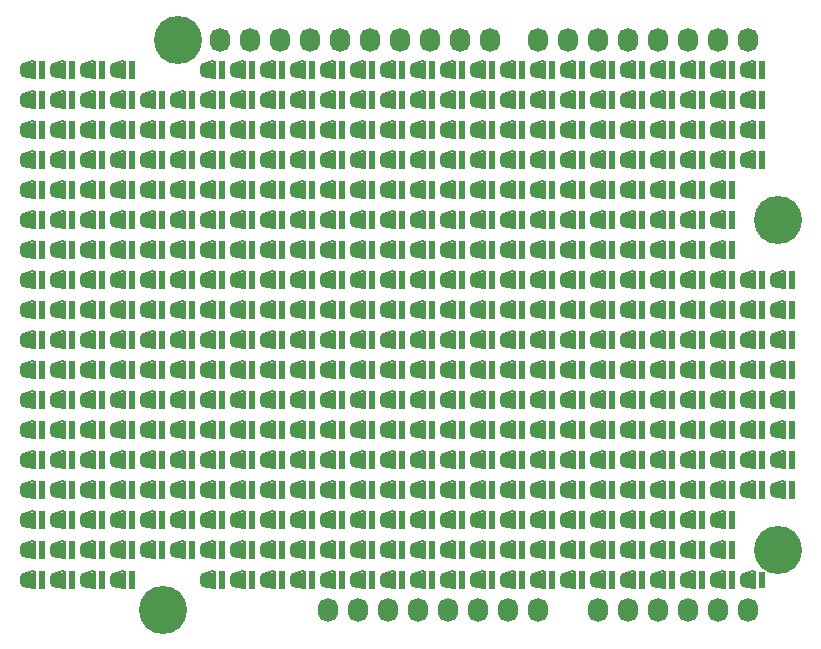
<source format=gbr>
G04 #@! TF.FileFunction,Soldermask,Top*
%FSLAX46Y46*%
G04 Gerber Fmt 4.6, Leading zero omitted, Abs format (unit mm)*
G04 Created by KiCad (PCBNEW 4.0.2-stable) date 5/9/2017 3:48:31 PM*
%MOMM*%
G01*
G04 APERTURE LIST*
%ADD10C,0.100000*%
%ADD11C,0.177800*%
%ADD12O,1.727200X2.032000*%
%ADD13C,4.064000*%
%ADD14R,0.508000X1.524000*%
%ADD15C,1.447800*%
%ADD16R,0.508000X1.460500*%
G04 APERTURE END LIST*
D10*
D11*
X177546000Y-112979200D02*
X177038000Y-113030000D01*
X177571400Y-114350800D02*
X177546000Y-112979200D01*
X177038000Y-114300000D02*
X177571400Y-114350800D01*
X177647600Y-114350800D02*
X177647600Y-112979200D01*
X177546000Y-110439200D02*
X177038000Y-110490000D01*
X177571400Y-111810800D02*
X177546000Y-110439200D01*
X177038000Y-111760000D02*
X177571400Y-111810800D01*
X177647600Y-111810800D02*
X177647600Y-110439200D01*
X177546000Y-107899200D02*
X177038000Y-107950000D01*
X177571400Y-109270800D02*
X177546000Y-107899200D01*
X177038000Y-109220000D02*
X177571400Y-109270800D01*
X177647600Y-109270800D02*
X177647600Y-107899200D01*
X177546000Y-105359200D02*
X177038000Y-105410000D01*
X177571400Y-106730800D02*
X177546000Y-105359200D01*
X177038000Y-106680000D02*
X177571400Y-106730800D01*
X177647600Y-106730800D02*
X177647600Y-105359200D01*
X177546000Y-102819200D02*
X177038000Y-102870000D01*
X177571400Y-104190800D02*
X177546000Y-102819200D01*
X177038000Y-104140000D02*
X177571400Y-104190800D01*
X177647600Y-104190800D02*
X177647600Y-102819200D01*
X177546000Y-100279200D02*
X177038000Y-100330000D01*
X177571400Y-101650800D02*
X177546000Y-100279200D01*
X177038000Y-101600000D02*
X177571400Y-101650800D01*
X177647600Y-101650800D02*
X177647600Y-100279200D01*
X177546000Y-97739200D02*
X177038000Y-97790000D01*
X177571400Y-99110800D02*
X177546000Y-97739200D01*
X177038000Y-99060000D02*
X177571400Y-99110800D01*
X177647600Y-99110800D02*
X177647600Y-97739200D01*
X177546000Y-95199200D02*
X177038000Y-95250000D01*
X177571400Y-96570800D02*
X177546000Y-95199200D01*
X177038000Y-96520000D02*
X177571400Y-96570800D01*
X177647600Y-96570800D02*
X177647600Y-95199200D01*
X175006000Y-120599200D02*
X174498000Y-120650000D01*
X175031400Y-121970800D02*
X175006000Y-120599200D01*
X174498000Y-121920000D02*
X175031400Y-121970800D01*
X175107600Y-121970800D02*
X175107600Y-120599200D01*
X175006000Y-112979200D02*
X174498000Y-113030000D01*
X175031400Y-114350800D02*
X175006000Y-112979200D01*
X174498000Y-114300000D02*
X175031400Y-114350800D01*
X175107600Y-114350800D02*
X175107600Y-112979200D01*
X175006000Y-110439200D02*
X174498000Y-110490000D01*
X175031400Y-111810800D02*
X175006000Y-110439200D01*
X174498000Y-111760000D02*
X175031400Y-111810800D01*
X175107600Y-111810800D02*
X175107600Y-110439200D01*
X175006000Y-107899200D02*
X174498000Y-107950000D01*
X175031400Y-109270800D02*
X175006000Y-107899200D01*
X174498000Y-109220000D02*
X175031400Y-109270800D01*
X175107600Y-109270800D02*
X175107600Y-107899200D01*
X175006000Y-105359200D02*
X174498000Y-105410000D01*
X175031400Y-106730800D02*
X175006000Y-105359200D01*
X174498000Y-106680000D02*
X175031400Y-106730800D01*
X175107600Y-106730800D02*
X175107600Y-105359200D01*
X175006000Y-102819200D02*
X174498000Y-102870000D01*
X175031400Y-104190800D02*
X175006000Y-102819200D01*
X174498000Y-104140000D02*
X175031400Y-104190800D01*
X175107600Y-104190800D02*
X175107600Y-102819200D01*
X175006000Y-100279200D02*
X174498000Y-100330000D01*
X175031400Y-101650800D02*
X175006000Y-100279200D01*
X174498000Y-101600000D02*
X175031400Y-101650800D01*
X175107600Y-101650800D02*
X175107600Y-100279200D01*
X175006000Y-97739200D02*
X174498000Y-97790000D01*
X175031400Y-99110800D02*
X175006000Y-97739200D01*
X174498000Y-99060000D02*
X175031400Y-99110800D01*
X175107600Y-99110800D02*
X175107600Y-97739200D01*
X175006000Y-95199200D02*
X174498000Y-95250000D01*
X175031400Y-96570800D02*
X175006000Y-95199200D01*
X174498000Y-96520000D02*
X175031400Y-96570800D01*
X175107600Y-96570800D02*
X175107600Y-95199200D01*
X175006000Y-85039200D02*
X174498000Y-85090000D01*
X175031400Y-86410800D02*
X175006000Y-85039200D01*
X174498000Y-86360000D02*
X175031400Y-86410800D01*
X175107600Y-86410800D02*
X175107600Y-85039200D01*
X175006000Y-82499200D02*
X174498000Y-82550000D01*
X175031400Y-83870800D02*
X175006000Y-82499200D01*
X174498000Y-83820000D02*
X175031400Y-83870800D01*
X175107600Y-83870800D02*
X175107600Y-82499200D01*
X175006000Y-79959200D02*
X174498000Y-80010000D01*
X175031400Y-81330800D02*
X175006000Y-79959200D01*
X174498000Y-81280000D02*
X175031400Y-81330800D01*
X175107600Y-81330800D02*
X175107600Y-79959200D01*
X175006000Y-77419200D02*
X174498000Y-77470000D01*
X175031400Y-78790800D02*
X175006000Y-77419200D01*
X174498000Y-78740000D02*
X175031400Y-78790800D01*
X175107600Y-78790800D02*
X175107600Y-77419200D01*
X172466000Y-120599200D02*
X171958000Y-120650000D01*
X172491400Y-121970800D02*
X172466000Y-120599200D01*
X171958000Y-121920000D02*
X172491400Y-121970800D01*
X172567600Y-121970800D02*
X172567600Y-120599200D01*
X172466000Y-118059200D02*
X171958000Y-118110000D01*
X172491400Y-119430800D02*
X172466000Y-118059200D01*
X171958000Y-119380000D02*
X172491400Y-119430800D01*
X172567600Y-119430800D02*
X172567600Y-118059200D01*
X172466000Y-115519200D02*
X171958000Y-115570000D01*
X172491400Y-116890800D02*
X172466000Y-115519200D01*
X171958000Y-116840000D02*
X172491400Y-116890800D01*
X172567600Y-116890800D02*
X172567600Y-115519200D01*
X172466000Y-112979200D02*
X171958000Y-113030000D01*
X172491400Y-114350800D02*
X172466000Y-112979200D01*
X171958000Y-114300000D02*
X172491400Y-114350800D01*
X172567600Y-114350800D02*
X172567600Y-112979200D01*
X172466000Y-110439200D02*
X171958000Y-110490000D01*
X172491400Y-111810800D02*
X172466000Y-110439200D01*
X171958000Y-111760000D02*
X172491400Y-111810800D01*
X172567600Y-111810800D02*
X172567600Y-110439200D01*
X172466000Y-107899200D02*
X171958000Y-107950000D01*
X172491400Y-109270800D02*
X172466000Y-107899200D01*
X171958000Y-109220000D02*
X172491400Y-109270800D01*
X172567600Y-109270800D02*
X172567600Y-107899200D01*
X172466000Y-105359200D02*
X171958000Y-105410000D01*
X172491400Y-106730800D02*
X172466000Y-105359200D01*
X171958000Y-106680000D02*
X172491400Y-106730800D01*
X172567600Y-106730800D02*
X172567600Y-105359200D01*
X172466000Y-102819200D02*
X171958000Y-102870000D01*
X172491400Y-104190800D02*
X172466000Y-102819200D01*
X171958000Y-104140000D02*
X172491400Y-104190800D01*
X172567600Y-104190800D02*
X172567600Y-102819200D01*
X172466000Y-100279200D02*
X171958000Y-100330000D01*
X172491400Y-101650800D02*
X172466000Y-100279200D01*
X171958000Y-101600000D02*
X172491400Y-101650800D01*
X172567600Y-101650800D02*
X172567600Y-100279200D01*
X172466000Y-97739200D02*
X171958000Y-97790000D01*
X172491400Y-99110800D02*
X172466000Y-97739200D01*
X171958000Y-99060000D02*
X172491400Y-99110800D01*
X172567600Y-99110800D02*
X172567600Y-97739200D01*
X172466000Y-95199200D02*
X171958000Y-95250000D01*
X172491400Y-96570800D02*
X172466000Y-95199200D01*
X171958000Y-96520000D02*
X172491400Y-96570800D01*
X172567600Y-96570800D02*
X172567600Y-95199200D01*
X172466000Y-92659200D02*
X171958000Y-92710000D01*
X172491400Y-94030800D02*
X172466000Y-92659200D01*
X171958000Y-93980000D02*
X172491400Y-94030800D01*
X172567600Y-94030800D02*
X172567600Y-92659200D01*
X172466000Y-90119200D02*
X171958000Y-90170000D01*
X172491400Y-91490800D02*
X172466000Y-90119200D01*
X171958000Y-91440000D02*
X172491400Y-91490800D01*
X172567600Y-91490800D02*
X172567600Y-90119200D01*
X172466000Y-87579200D02*
X171958000Y-87630000D01*
X172491400Y-88950800D02*
X172466000Y-87579200D01*
X171958000Y-88900000D02*
X172491400Y-88950800D01*
X172567600Y-88950800D02*
X172567600Y-87579200D01*
X172466000Y-85039200D02*
X171958000Y-85090000D01*
X172491400Y-86410800D02*
X172466000Y-85039200D01*
X171958000Y-86360000D02*
X172491400Y-86410800D01*
X172567600Y-86410800D02*
X172567600Y-85039200D01*
X172466000Y-82499200D02*
X171958000Y-82550000D01*
X172491400Y-83870800D02*
X172466000Y-82499200D01*
X171958000Y-83820000D02*
X172491400Y-83870800D01*
X172567600Y-83870800D02*
X172567600Y-82499200D01*
X172466000Y-79959200D02*
X171958000Y-80010000D01*
X172491400Y-81330800D02*
X172466000Y-79959200D01*
X171958000Y-81280000D02*
X172491400Y-81330800D01*
X172567600Y-81330800D02*
X172567600Y-79959200D01*
X172466000Y-77419200D02*
X171958000Y-77470000D01*
X172491400Y-78790800D02*
X172466000Y-77419200D01*
X171958000Y-78740000D02*
X172491400Y-78790800D01*
X172567600Y-78790800D02*
X172567600Y-77419200D01*
X169926000Y-120599200D02*
X169418000Y-120650000D01*
X169951400Y-121970800D02*
X169926000Y-120599200D01*
X169418000Y-121920000D02*
X169951400Y-121970800D01*
X170027600Y-121970800D02*
X170027600Y-120599200D01*
X169926000Y-118059200D02*
X169418000Y-118110000D01*
X169951400Y-119430800D02*
X169926000Y-118059200D01*
X169418000Y-119380000D02*
X169951400Y-119430800D01*
X170027600Y-119430800D02*
X170027600Y-118059200D01*
X169926000Y-115519200D02*
X169418000Y-115570000D01*
X169951400Y-116890800D02*
X169926000Y-115519200D01*
X169418000Y-116840000D02*
X169951400Y-116890800D01*
X170027600Y-116890800D02*
X170027600Y-115519200D01*
X169926000Y-112979200D02*
X169418000Y-113030000D01*
X169951400Y-114350800D02*
X169926000Y-112979200D01*
X169418000Y-114300000D02*
X169951400Y-114350800D01*
X170027600Y-114350800D02*
X170027600Y-112979200D01*
X169926000Y-110439200D02*
X169418000Y-110490000D01*
X169951400Y-111810800D02*
X169926000Y-110439200D01*
X169418000Y-111760000D02*
X169951400Y-111810800D01*
X170027600Y-111810800D02*
X170027600Y-110439200D01*
X169926000Y-107899200D02*
X169418000Y-107950000D01*
X169951400Y-109270800D02*
X169926000Y-107899200D01*
X169418000Y-109220000D02*
X169951400Y-109270800D01*
X170027600Y-109270800D02*
X170027600Y-107899200D01*
X169926000Y-105359200D02*
X169418000Y-105410000D01*
X169951400Y-106730800D02*
X169926000Y-105359200D01*
X169418000Y-106680000D02*
X169951400Y-106730800D01*
X170027600Y-106730800D02*
X170027600Y-105359200D01*
X169926000Y-102819200D02*
X169418000Y-102870000D01*
X169951400Y-104190800D02*
X169926000Y-102819200D01*
X169418000Y-104140000D02*
X169951400Y-104190800D01*
X170027600Y-104190800D02*
X170027600Y-102819200D01*
X169926000Y-100279200D02*
X169418000Y-100330000D01*
X169951400Y-101650800D02*
X169926000Y-100279200D01*
X169418000Y-101600000D02*
X169951400Y-101650800D01*
X170027600Y-101650800D02*
X170027600Y-100279200D01*
X169926000Y-97739200D02*
X169418000Y-97790000D01*
X169951400Y-99110800D02*
X169926000Y-97739200D01*
X169418000Y-99060000D02*
X169951400Y-99110800D01*
X170027600Y-99110800D02*
X170027600Y-97739200D01*
X169926000Y-95199200D02*
X169418000Y-95250000D01*
X169951400Y-96570800D02*
X169926000Y-95199200D01*
X169418000Y-96520000D02*
X169951400Y-96570800D01*
X170027600Y-96570800D02*
X170027600Y-95199200D01*
X169926000Y-92659200D02*
X169418000Y-92710000D01*
X169951400Y-94030800D02*
X169926000Y-92659200D01*
X169418000Y-93980000D02*
X169951400Y-94030800D01*
X170027600Y-94030800D02*
X170027600Y-92659200D01*
X169926000Y-90119200D02*
X169418000Y-90170000D01*
X169951400Y-91490800D02*
X169926000Y-90119200D01*
X169418000Y-91440000D02*
X169951400Y-91490800D01*
X170027600Y-91490800D02*
X170027600Y-90119200D01*
X169926000Y-87579200D02*
X169418000Y-87630000D01*
X169951400Y-88950800D02*
X169926000Y-87579200D01*
X169418000Y-88900000D02*
X169951400Y-88950800D01*
X170027600Y-88950800D02*
X170027600Y-87579200D01*
X169926000Y-85039200D02*
X169418000Y-85090000D01*
X169951400Y-86410800D02*
X169926000Y-85039200D01*
X169418000Y-86360000D02*
X169951400Y-86410800D01*
X170027600Y-86410800D02*
X170027600Y-85039200D01*
X169926000Y-82499200D02*
X169418000Y-82550000D01*
X169951400Y-83870800D02*
X169926000Y-82499200D01*
X169418000Y-83820000D02*
X169951400Y-83870800D01*
X170027600Y-83870800D02*
X170027600Y-82499200D01*
X169926000Y-79959200D02*
X169418000Y-80010000D01*
X169951400Y-81330800D02*
X169926000Y-79959200D01*
X169418000Y-81280000D02*
X169951400Y-81330800D01*
X170027600Y-81330800D02*
X170027600Y-79959200D01*
X169926000Y-77419200D02*
X169418000Y-77470000D01*
X169951400Y-78790800D02*
X169926000Y-77419200D01*
X169418000Y-78740000D02*
X169951400Y-78790800D01*
X170027600Y-78790800D02*
X170027600Y-77419200D01*
X167386000Y-120599200D02*
X166878000Y-120650000D01*
X167411400Y-121970800D02*
X167386000Y-120599200D01*
X166878000Y-121920000D02*
X167411400Y-121970800D01*
X167487600Y-121970800D02*
X167487600Y-120599200D01*
X167386000Y-118059200D02*
X166878000Y-118110000D01*
X167411400Y-119430800D02*
X167386000Y-118059200D01*
X166878000Y-119380000D02*
X167411400Y-119430800D01*
X167487600Y-119430800D02*
X167487600Y-118059200D01*
X167386000Y-115519200D02*
X166878000Y-115570000D01*
X167411400Y-116890800D02*
X167386000Y-115519200D01*
X166878000Y-116840000D02*
X167411400Y-116890800D01*
X167487600Y-116890800D02*
X167487600Y-115519200D01*
X167386000Y-112979200D02*
X166878000Y-113030000D01*
X167411400Y-114350800D02*
X167386000Y-112979200D01*
X166878000Y-114300000D02*
X167411400Y-114350800D01*
X167487600Y-114350800D02*
X167487600Y-112979200D01*
X167386000Y-110439200D02*
X166878000Y-110490000D01*
X167411400Y-111810800D02*
X167386000Y-110439200D01*
X166878000Y-111760000D02*
X167411400Y-111810800D01*
X167487600Y-111810800D02*
X167487600Y-110439200D01*
X167386000Y-107899200D02*
X166878000Y-107950000D01*
X167411400Y-109270800D02*
X167386000Y-107899200D01*
X166878000Y-109220000D02*
X167411400Y-109270800D01*
X167487600Y-109270800D02*
X167487600Y-107899200D01*
X167386000Y-105359200D02*
X166878000Y-105410000D01*
X167411400Y-106730800D02*
X167386000Y-105359200D01*
X166878000Y-106680000D02*
X167411400Y-106730800D01*
X167487600Y-106730800D02*
X167487600Y-105359200D01*
X167386000Y-102819200D02*
X166878000Y-102870000D01*
X167411400Y-104190800D02*
X167386000Y-102819200D01*
X166878000Y-104140000D02*
X167411400Y-104190800D01*
X167487600Y-104190800D02*
X167487600Y-102819200D01*
X167386000Y-100279200D02*
X166878000Y-100330000D01*
X167411400Y-101650800D02*
X167386000Y-100279200D01*
X166878000Y-101600000D02*
X167411400Y-101650800D01*
X167487600Y-101650800D02*
X167487600Y-100279200D01*
X167386000Y-97739200D02*
X166878000Y-97790000D01*
X167411400Y-99110800D02*
X167386000Y-97739200D01*
X166878000Y-99060000D02*
X167411400Y-99110800D01*
X167487600Y-99110800D02*
X167487600Y-97739200D01*
X167386000Y-95199200D02*
X166878000Y-95250000D01*
X167411400Y-96570800D02*
X167386000Y-95199200D01*
X166878000Y-96520000D02*
X167411400Y-96570800D01*
X167487600Y-96570800D02*
X167487600Y-95199200D01*
X167386000Y-92659200D02*
X166878000Y-92710000D01*
X167411400Y-94030800D02*
X167386000Y-92659200D01*
X166878000Y-93980000D02*
X167411400Y-94030800D01*
X167487600Y-94030800D02*
X167487600Y-92659200D01*
X167386000Y-90119200D02*
X166878000Y-90170000D01*
X167411400Y-91490800D02*
X167386000Y-90119200D01*
X166878000Y-91440000D02*
X167411400Y-91490800D01*
X167487600Y-91490800D02*
X167487600Y-90119200D01*
X167386000Y-87579200D02*
X166878000Y-87630000D01*
X167411400Y-88950800D02*
X167386000Y-87579200D01*
X166878000Y-88900000D02*
X167411400Y-88950800D01*
X167487600Y-88950800D02*
X167487600Y-87579200D01*
X167386000Y-85039200D02*
X166878000Y-85090000D01*
X167411400Y-86410800D02*
X167386000Y-85039200D01*
X166878000Y-86360000D02*
X167411400Y-86410800D01*
X167487600Y-86410800D02*
X167487600Y-85039200D01*
X167386000Y-82499200D02*
X166878000Y-82550000D01*
X167411400Y-83870800D02*
X167386000Y-82499200D01*
X166878000Y-83820000D02*
X167411400Y-83870800D01*
X167487600Y-83870800D02*
X167487600Y-82499200D01*
X167386000Y-79959200D02*
X166878000Y-80010000D01*
X167411400Y-81330800D02*
X167386000Y-79959200D01*
X166878000Y-81280000D02*
X167411400Y-81330800D01*
X167487600Y-81330800D02*
X167487600Y-79959200D01*
X167386000Y-77419200D02*
X166878000Y-77470000D01*
X167411400Y-78790800D02*
X167386000Y-77419200D01*
X166878000Y-78740000D02*
X167411400Y-78790800D01*
X167487600Y-78790800D02*
X167487600Y-77419200D01*
X164846000Y-120599200D02*
X164338000Y-120650000D01*
X164871400Y-121970800D02*
X164846000Y-120599200D01*
X164338000Y-121920000D02*
X164871400Y-121970800D01*
X164947600Y-121970800D02*
X164947600Y-120599200D01*
X164846000Y-118059200D02*
X164338000Y-118110000D01*
X164871400Y-119430800D02*
X164846000Y-118059200D01*
X164338000Y-119380000D02*
X164871400Y-119430800D01*
X164947600Y-119430800D02*
X164947600Y-118059200D01*
X164846000Y-115519200D02*
X164338000Y-115570000D01*
X164871400Y-116890800D02*
X164846000Y-115519200D01*
X164338000Y-116840000D02*
X164871400Y-116890800D01*
X164947600Y-116890800D02*
X164947600Y-115519200D01*
X164846000Y-112979200D02*
X164338000Y-113030000D01*
X164871400Y-114350800D02*
X164846000Y-112979200D01*
X164338000Y-114300000D02*
X164871400Y-114350800D01*
X164947600Y-114350800D02*
X164947600Y-112979200D01*
X164846000Y-110439200D02*
X164338000Y-110490000D01*
X164871400Y-111810800D02*
X164846000Y-110439200D01*
X164338000Y-111760000D02*
X164871400Y-111810800D01*
X164947600Y-111810800D02*
X164947600Y-110439200D01*
X164846000Y-107899200D02*
X164338000Y-107950000D01*
X164871400Y-109270800D02*
X164846000Y-107899200D01*
X164338000Y-109220000D02*
X164871400Y-109270800D01*
X164947600Y-109270800D02*
X164947600Y-107899200D01*
X164846000Y-105359200D02*
X164338000Y-105410000D01*
X164871400Y-106730800D02*
X164846000Y-105359200D01*
X164338000Y-106680000D02*
X164871400Y-106730800D01*
X164947600Y-106730800D02*
X164947600Y-105359200D01*
X164846000Y-102819200D02*
X164338000Y-102870000D01*
X164871400Y-104190800D02*
X164846000Y-102819200D01*
X164338000Y-104140000D02*
X164871400Y-104190800D01*
X164947600Y-104190800D02*
X164947600Y-102819200D01*
X164846000Y-100279200D02*
X164338000Y-100330000D01*
X164871400Y-101650800D02*
X164846000Y-100279200D01*
X164338000Y-101600000D02*
X164871400Y-101650800D01*
X164947600Y-101650800D02*
X164947600Y-100279200D01*
X164846000Y-97739200D02*
X164338000Y-97790000D01*
X164871400Y-99110800D02*
X164846000Y-97739200D01*
X164338000Y-99060000D02*
X164871400Y-99110800D01*
X164947600Y-99110800D02*
X164947600Y-97739200D01*
X164846000Y-95199200D02*
X164338000Y-95250000D01*
X164871400Y-96570800D02*
X164846000Y-95199200D01*
X164338000Y-96520000D02*
X164871400Y-96570800D01*
X164947600Y-96570800D02*
X164947600Y-95199200D01*
X164846000Y-92659200D02*
X164338000Y-92710000D01*
X164871400Y-94030800D02*
X164846000Y-92659200D01*
X164338000Y-93980000D02*
X164871400Y-94030800D01*
X164947600Y-94030800D02*
X164947600Y-92659200D01*
X164846000Y-90119200D02*
X164338000Y-90170000D01*
X164871400Y-91490800D02*
X164846000Y-90119200D01*
X164338000Y-91440000D02*
X164871400Y-91490800D01*
X164947600Y-91490800D02*
X164947600Y-90119200D01*
X164846000Y-87579200D02*
X164338000Y-87630000D01*
X164871400Y-88950800D02*
X164846000Y-87579200D01*
X164338000Y-88900000D02*
X164871400Y-88950800D01*
X164947600Y-88950800D02*
X164947600Y-87579200D01*
X164846000Y-85039200D02*
X164338000Y-85090000D01*
X164871400Y-86410800D02*
X164846000Y-85039200D01*
X164338000Y-86360000D02*
X164871400Y-86410800D01*
X164947600Y-86410800D02*
X164947600Y-85039200D01*
X164846000Y-82499200D02*
X164338000Y-82550000D01*
X164871400Y-83870800D02*
X164846000Y-82499200D01*
X164338000Y-83820000D02*
X164871400Y-83870800D01*
X164947600Y-83870800D02*
X164947600Y-82499200D01*
X164846000Y-79959200D02*
X164338000Y-80010000D01*
X164871400Y-81330800D02*
X164846000Y-79959200D01*
X164338000Y-81280000D02*
X164871400Y-81330800D01*
X164947600Y-81330800D02*
X164947600Y-79959200D01*
X164846000Y-77419200D02*
X164338000Y-77470000D01*
X164871400Y-78790800D02*
X164846000Y-77419200D01*
X164338000Y-78740000D02*
X164871400Y-78790800D01*
X164947600Y-78790800D02*
X164947600Y-77419200D01*
X162306000Y-120599200D02*
X161798000Y-120650000D01*
X162331400Y-121970800D02*
X162306000Y-120599200D01*
X161798000Y-121920000D02*
X162331400Y-121970800D01*
X162407600Y-121970800D02*
X162407600Y-120599200D01*
X162306000Y-118059200D02*
X161798000Y-118110000D01*
X162331400Y-119430800D02*
X162306000Y-118059200D01*
X161798000Y-119380000D02*
X162331400Y-119430800D01*
X162407600Y-119430800D02*
X162407600Y-118059200D01*
X162306000Y-115519200D02*
X161798000Y-115570000D01*
X162331400Y-116890800D02*
X162306000Y-115519200D01*
X161798000Y-116840000D02*
X162331400Y-116890800D01*
X162407600Y-116890800D02*
X162407600Y-115519200D01*
X162306000Y-112979200D02*
X161798000Y-113030000D01*
X162331400Y-114350800D02*
X162306000Y-112979200D01*
X161798000Y-114300000D02*
X162331400Y-114350800D01*
X162407600Y-114350800D02*
X162407600Y-112979200D01*
X162306000Y-110439200D02*
X161798000Y-110490000D01*
X162331400Y-111810800D02*
X162306000Y-110439200D01*
X161798000Y-111760000D02*
X162331400Y-111810800D01*
X162407600Y-111810800D02*
X162407600Y-110439200D01*
X162306000Y-107899200D02*
X161798000Y-107950000D01*
X162331400Y-109270800D02*
X162306000Y-107899200D01*
X161798000Y-109220000D02*
X162331400Y-109270800D01*
X162407600Y-109270800D02*
X162407600Y-107899200D01*
X162306000Y-105359200D02*
X161798000Y-105410000D01*
X162331400Y-106730800D02*
X162306000Y-105359200D01*
X161798000Y-106680000D02*
X162331400Y-106730800D01*
X162407600Y-106730800D02*
X162407600Y-105359200D01*
X162306000Y-102819200D02*
X161798000Y-102870000D01*
X162331400Y-104190800D02*
X162306000Y-102819200D01*
X161798000Y-104140000D02*
X162331400Y-104190800D01*
X162407600Y-104190800D02*
X162407600Y-102819200D01*
X162306000Y-100279200D02*
X161798000Y-100330000D01*
X162331400Y-101650800D02*
X162306000Y-100279200D01*
X161798000Y-101600000D02*
X162331400Y-101650800D01*
X162407600Y-101650800D02*
X162407600Y-100279200D01*
X162306000Y-97739200D02*
X161798000Y-97790000D01*
X162331400Y-99110800D02*
X162306000Y-97739200D01*
X161798000Y-99060000D02*
X162331400Y-99110800D01*
X162407600Y-99110800D02*
X162407600Y-97739200D01*
X162306000Y-95199200D02*
X161798000Y-95250000D01*
X162331400Y-96570800D02*
X162306000Y-95199200D01*
X161798000Y-96520000D02*
X162331400Y-96570800D01*
X162407600Y-96570800D02*
X162407600Y-95199200D01*
X162306000Y-92659200D02*
X161798000Y-92710000D01*
X162331400Y-94030800D02*
X162306000Y-92659200D01*
X161798000Y-93980000D02*
X162331400Y-94030800D01*
X162407600Y-94030800D02*
X162407600Y-92659200D01*
X162306000Y-90119200D02*
X161798000Y-90170000D01*
X162331400Y-91490800D02*
X162306000Y-90119200D01*
X161798000Y-91440000D02*
X162331400Y-91490800D01*
X162407600Y-91490800D02*
X162407600Y-90119200D01*
X162306000Y-87579200D02*
X161798000Y-87630000D01*
X162331400Y-88950800D02*
X162306000Y-87579200D01*
X161798000Y-88900000D02*
X162331400Y-88950800D01*
X162407600Y-88950800D02*
X162407600Y-87579200D01*
X162306000Y-85039200D02*
X161798000Y-85090000D01*
X162331400Y-86410800D02*
X162306000Y-85039200D01*
X161798000Y-86360000D02*
X162331400Y-86410800D01*
X162407600Y-86410800D02*
X162407600Y-85039200D01*
X162306000Y-82499200D02*
X161798000Y-82550000D01*
X162331400Y-83870800D02*
X162306000Y-82499200D01*
X161798000Y-83820000D02*
X162331400Y-83870800D01*
X162407600Y-83870800D02*
X162407600Y-82499200D01*
X162306000Y-79959200D02*
X161798000Y-80010000D01*
X162331400Y-81330800D02*
X162306000Y-79959200D01*
X161798000Y-81280000D02*
X162331400Y-81330800D01*
X162407600Y-81330800D02*
X162407600Y-79959200D01*
X162306000Y-77419200D02*
X161798000Y-77470000D01*
X162331400Y-78790800D02*
X162306000Y-77419200D01*
X161798000Y-78740000D02*
X162331400Y-78790800D01*
X162407600Y-78790800D02*
X162407600Y-77419200D01*
X159766000Y-120599200D02*
X159258000Y-120650000D01*
X159791400Y-121970800D02*
X159766000Y-120599200D01*
X159258000Y-121920000D02*
X159791400Y-121970800D01*
X159867600Y-121970800D02*
X159867600Y-120599200D01*
X159766000Y-118059200D02*
X159258000Y-118110000D01*
X159791400Y-119430800D02*
X159766000Y-118059200D01*
X159258000Y-119380000D02*
X159791400Y-119430800D01*
X159867600Y-119430800D02*
X159867600Y-118059200D01*
X159766000Y-115519200D02*
X159258000Y-115570000D01*
X159791400Y-116890800D02*
X159766000Y-115519200D01*
X159258000Y-116840000D02*
X159791400Y-116890800D01*
X159867600Y-116890800D02*
X159867600Y-115519200D01*
X159766000Y-112979200D02*
X159258000Y-113030000D01*
X159791400Y-114350800D02*
X159766000Y-112979200D01*
X159258000Y-114300000D02*
X159791400Y-114350800D01*
X159867600Y-114350800D02*
X159867600Y-112979200D01*
X159766000Y-110439200D02*
X159258000Y-110490000D01*
X159791400Y-111810800D02*
X159766000Y-110439200D01*
X159258000Y-111760000D02*
X159791400Y-111810800D01*
X159867600Y-111810800D02*
X159867600Y-110439200D01*
X159766000Y-107899200D02*
X159258000Y-107950000D01*
X159791400Y-109270800D02*
X159766000Y-107899200D01*
X159258000Y-109220000D02*
X159791400Y-109270800D01*
X159867600Y-109270800D02*
X159867600Y-107899200D01*
X159766000Y-105359200D02*
X159258000Y-105410000D01*
X159791400Y-106730800D02*
X159766000Y-105359200D01*
X159258000Y-106680000D02*
X159791400Y-106730800D01*
X159867600Y-106730800D02*
X159867600Y-105359200D01*
X159766000Y-102819200D02*
X159258000Y-102870000D01*
X159791400Y-104190800D02*
X159766000Y-102819200D01*
X159258000Y-104140000D02*
X159791400Y-104190800D01*
X159867600Y-104190800D02*
X159867600Y-102819200D01*
X159766000Y-100279200D02*
X159258000Y-100330000D01*
X159791400Y-101650800D02*
X159766000Y-100279200D01*
X159258000Y-101600000D02*
X159791400Y-101650800D01*
X159867600Y-101650800D02*
X159867600Y-100279200D01*
X159766000Y-97739200D02*
X159258000Y-97790000D01*
X159791400Y-99110800D02*
X159766000Y-97739200D01*
X159258000Y-99060000D02*
X159791400Y-99110800D01*
X159867600Y-99110800D02*
X159867600Y-97739200D01*
X159766000Y-95199200D02*
X159258000Y-95250000D01*
X159791400Y-96570800D02*
X159766000Y-95199200D01*
X159258000Y-96520000D02*
X159791400Y-96570800D01*
X159867600Y-96570800D02*
X159867600Y-95199200D01*
X159766000Y-92659200D02*
X159258000Y-92710000D01*
X159791400Y-94030800D02*
X159766000Y-92659200D01*
X159258000Y-93980000D02*
X159791400Y-94030800D01*
X159867600Y-94030800D02*
X159867600Y-92659200D01*
X159766000Y-90119200D02*
X159258000Y-90170000D01*
X159791400Y-91490800D02*
X159766000Y-90119200D01*
X159258000Y-91440000D02*
X159791400Y-91490800D01*
X159867600Y-91490800D02*
X159867600Y-90119200D01*
X159766000Y-87579200D02*
X159258000Y-87630000D01*
X159791400Y-88950800D02*
X159766000Y-87579200D01*
X159258000Y-88900000D02*
X159791400Y-88950800D01*
X159867600Y-88950800D02*
X159867600Y-87579200D01*
X159766000Y-85039200D02*
X159258000Y-85090000D01*
X159791400Y-86410800D02*
X159766000Y-85039200D01*
X159258000Y-86360000D02*
X159791400Y-86410800D01*
X159867600Y-86410800D02*
X159867600Y-85039200D01*
X159766000Y-82499200D02*
X159258000Y-82550000D01*
X159791400Y-83870800D02*
X159766000Y-82499200D01*
X159258000Y-83820000D02*
X159791400Y-83870800D01*
X159867600Y-83870800D02*
X159867600Y-82499200D01*
X159766000Y-79959200D02*
X159258000Y-80010000D01*
X159791400Y-81330800D02*
X159766000Y-79959200D01*
X159258000Y-81280000D02*
X159791400Y-81330800D01*
X159867600Y-81330800D02*
X159867600Y-79959200D01*
X159766000Y-77419200D02*
X159258000Y-77470000D01*
X159791400Y-78790800D02*
X159766000Y-77419200D01*
X159258000Y-78740000D02*
X159791400Y-78790800D01*
X159867600Y-78790800D02*
X159867600Y-77419200D01*
X157226000Y-120599200D02*
X156718000Y-120650000D01*
X157251400Y-121970800D02*
X157226000Y-120599200D01*
X156718000Y-121920000D02*
X157251400Y-121970800D01*
X157327600Y-121970800D02*
X157327600Y-120599200D01*
X157226000Y-118059200D02*
X156718000Y-118110000D01*
X157251400Y-119430800D02*
X157226000Y-118059200D01*
X156718000Y-119380000D02*
X157251400Y-119430800D01*
X157327600Y-119430800D02*
X157327600Y-118059200D01*
X157226000Y-115519200D02*
X156718000Y-115570000D01*
X157251400Y-116890800D02*
X157226000Y-115519200D01*
X156718000Y-116840000D02*
X157251400Y-116890800D01*
X157327600Y-116890800D02*
X157327600Y-115519200D01*
X157226000Y-112979200D02*
X156718000Y-113030000D01*
X157251400Y-114350800D02*
X157226000Y-112979200D01*
X156718000Y-114300000D02*
X157251400Y-114350800D01*
X157327600Y-114350800D02*
X157327600Y-112979200D01*
X157226000Y-110439200D02*
X156718000Y-110490000D01*
X157251400Y-111810800D02*
X157226000Y-110439200D01*
X156718000Y-111760000D02*
X157251400Y-111810800D01*
X157327600Y-111810800D02*
X157327600Y-110439200D01*
X157226000Y-107899200D02*
X156718000Y-107950000D01*
X157251400Y-109270800D02*
X157226000Y-107899200D01*
X156718000Y-109220000D02*
X157251400Y-109270800D01*
X157327600Y-109270800D02*
X157327600Y-107899200D01*
X157226000Y-105359200D02*
X156718000Y-105410000D01*
X157251400Y-106730800D02*
X157226000Y-105359200D01*
X156718000Y-106680000D02*
X157251400Y-106730800D01*
X157327600Y-106730800D02*
X157327600Y-105359200D01*
X157226000Y-102819200D02*
X156718000Y-102870000D01*
X157251400Y-104190800D02*
X157226000Y-102819200D01*
X156718000Y-104140000D02*
X157251400Y-104190800D01*
X157327600Y-104190800D02*
X157327600Y-102819200D01*
X157226000Y-100279200D02*
X156718000Y-100330000D01*
X157251400Y-101650800D02*
X157226000Y-100279200D01*
X156718000Y-101600000D02*
X157251400Y-101650800D01*
X157327600Y-101650800D02*
X157327600Y-100279200D01*
X157226000Y-97739200D02*
X156718000Y-97790000D01*
X157251400Y-99110800D02*
X157226000Y-97739200D01*
X156718000Y-99060000D02*
X157251400Y-99110800D01*
X157327600Y-99110800D02*
X157327600Y-97739200D01*
X157226000Y-95199200D02*
X156718000Y-95250000D01*
X157251400Y-96570800D02*
X157226000Y-95199200D01*
X156718000Y-96520000D02*
X157251400Y-96570800D01*
X157327600Y-96570800D02*
X157327600Y-95199200D01*
X157226000Y-92659200D02*
X156718000Y-92710000D01*
X157251400Y-94030800D02*
X157226000Y-92659200D01*
X156718000Y-93980000D02*
X157251400Y-94030800D01*
X157327600Y-94030800D02*
X157327600Y-92659200D01*
X157226000Y-90119200D02*
X156718000Y-90170000D01*
X157251400Y-91490800D02*
X157226000Y-90119200D01*
X156718000Y-91440000D02*
X157251400Y-91490800D01*
X157327600Y-91490800D02*
X157327600Y-90119200D01*
X157226000Y-87579200D02*
X156718000Y-87630000D01*
X157251400Y-88950800D02*
X157226000Y-87579200D01*
X156718000Y-88900000D02*
X157251400Y-88950800D01*
X157327600Y-88950800D02*
X157327600Y-87579200D01*
X157226000Y-85039200D02*
X156718000Y-85090000D01*
X157251400Y-86410800D02*
X157226000Y-85039200D01*
X156718000Y-86360000D02*
X157251400Y-86410800D01*
X157327600Y-86410800D02*
X157327600Y-85039200D01*
X157226000Y-82499200D02*
X156718000Y-82550000D01*
X157251400Y-83870800D02*
X157226000Y-82499200D01*
X156718000Y-83820000D02*
X157251400Y-83870800D01*
X157327600Y-83870800D02*
X157327600Y-82499200D01*
X157226000Y-79959200D02*
X156718000Y-80010000D01*
X157251400Y-81330800D02*
X157226000Y-79959200D01*
X156718000Y-81280000D02*
X157251400Y-81330800D01*
X157327600Y-81330800D02*
X157327600Y-79959200D01*
X157226000Y-77419200D02*
X156718000Y-77470000D01*
X157251400Y-78790800D02*
X157226000Y-77419200D01*
X156718000Y-78740000D02*
X157251400Y-78790800D01*
X157327600Y-78790800D02*
X157327600Y-77419200D01*
X154686000Y-120599200D02*
X154178000Y-120650000D01*
X154711400Y-121970800D02*
X154686000Y-120599200D01*
X154178000Y-121920000D02*
X154711400Y-121970800D01*
X154787600Y-121970800D02*
X154787600Y-120599200D01*
X154686000Y-118059200D02*
X154178000Y-118110000D01*
X154711400Y-119430800D02*
X154686000Y-118059200D01*
X154178000Y-119380000D02*
X154711400Y-119430800D01*
X154787600Y-119430800D02*
X154787600Y-118059200D01*
X154686000Y-115519200D02*
X154178000Y-115570000D01*
X154711400Y-116890800D02*
X154686000Y-115519200D01*
X154178000Y-116840000D02*
X154711400Y-116890800D01*
X154787600Y-116890800D02*
X154787600Y-115519200D01*
X154686000Y-112979200D02*
X154178000Y-113030000D01*
X154711400Y-114350800D02*
X154686000Y-112979200D01*
X154178000Y-114300000D02*
X154711400Y-114350800D01*
X154787600Y-114350800D02*
X154787600Y-112979200D01*
X154686000Y-110439200D02*
X154178000Y-110490000D01*
X154711400Y-111810800D02*
X154686000Y-110439200D01*
X154178000Y-111760000D02*
X154711400Y-111810800D01*
X154787600Y-111810800D02*
X154787600Y-110439200D01*
X154686000Y-107899200D02*
X154178000Y-107950000D01*
X154711400Y-109270800D02*
X154686000Y-107899200D01*
X154178000Y-109220000D02*
X154711400Y-109270800D01*
X154787600Y-109270800D02*
X154787600Y-107899200D01*
X154686000Y-105359200D02*
X154178000Y-105410000D01*
X154711400Y-106730800D02*
X154686000Y-105359200D01*
X154178000Y-106680000D02*
X154711400Y-106730800D01*
X154787600Y-106730800D02*
X154787600Y-105359200D01*
X154686000Y-102819200D02*
X154178000Y-102870000D01*
X154711400Y-104190800D02*
X154686000Y-102819200D01*
X154178000Y-104140000D02*
X154711400Y-104190800D01*
X154787600Y-104190800D02*
X154787600Y-102819200D01*
X154686000Y-100279200D02*
X154178000Y-100330000D01*
X154711400Y-101650800D02*
X154686000Y-100279200D01*
X154178000Y-101600000D02*
X154711400Y-101650800D01*
X154787600Y-101650800D02*
X154787600Y-100279200D01*
X154686000Y-97739200D02*
X154178000Y-97790000D01*
X154711400Y-99110800D02*
X154686000Y-97739200D01*
X154178000Y-99060000D02*
X154711400Y-99110800D01*
X154787600Y-99110800D02*
X154787600Y-97739200D01*
X154686000Y-95199200D02*
X154178000Y-95250000D01*
X154711400Y-96570800D02*
X154686000Y-95199200D01*
X154178000Y-96520000D02*
X154711400Y-96570800D01*
X154787600Y-96570800D02*
X154787600Y-95199200D01*
X154686000Y-92659200D02*
X154178000Y-92710000D01*
X154711400Y-94030800D02*
X154686000Y-92659200D01*
X154178000Y-93980000D02*
X154711400Y-94030800D01*
X154787600Y-94030800D02*
X154787600Y-92659200D01*
X154686000Y-90119200D02*
X154178000Y-90170000D01*
X154711400Y-91490800D02*
X154686000Y-90119200D01*
X154178000Y-91440000D02*
X154711400Y-91490800D01*
X154787600Y-91490800D02*
X154787600Y-90119200D01*
X154686000Y-87579200D02*
X154178000Y-87630000D01*
X154711400Y-88950800D02*
X154686000Y-87579200D01*
X154178000Y-88900000D02*
X154711400Y-88950800D01*
X154787600Y-88950800D02*
X154787600Y-87579200D01*
X154686000Y-85039200D02*
X154178000Y-85090000D01*
X154711400Y-86410800D02*
X154686000Y-85039200D01*
X154178000Y-86360000D02*
X154711400Y-86410800D01*
X154787600Y-86410800D02*
X154787600Y-85039200D01*
X154686000Y-82499200D02*
X154178000Y-82550000D01*
X154711400Y-83870800D02*
X154686000Y-82499200D01*
X154178000Y-83820000D02*
X154711400Y-83870800D01*
X154787600Y-83870800D02*
X154787600Y-82499200D01*
X154686000Y-79959200D02*
X154178000Y-80010000D01*
X154711400Y-81330800D02*
X154686000Y-79959200D01*
X154178000Y-81280000D02*
X154711400Y-81330800D01*
X154787600Y-81330800D02*
X154787600Y-79959200D01*
X154686000Y-77419200D02*
X154178000Y-77470000D01*
X154711400Y-78790800D02*
X154686000Y-77419200D01*
X154178000Y-78740000D02*
X154711400Y-78790800D01*
X154787600Y-78790800D02*
X154787600Y-77419200D01*
X152146000Y-120599200D02*
X151638000Y-120650000D01*
X152171400Y-121970800D02*
X152146000Y-120599200D01*
X151638000Y-121920000D02*
X152171400Y-121970800D01*
X152247600Y-121970800D02*
X152247600Y-120599200D01*
X152146000Y-118059200D02*
X151638000Y-118110000D01*
X152171400Y-119430800D02*
X152146000Y-118059200D01*
X151638000Y-119380000D02*
X152171400Y-119430800D01*
X152247600Y-119430800D02*
X152247600Y-118059200D01*
X152146000Y-115519200D02*
X151638000Y-115570000D01*
X152171400Y-116890800D02*
X152146000Y-115519200D01*
X151638000Y-116840000D02*
X152171400Y-116890800D01*
X152247600Y-116890800D02*
X152247600Y-115519200D01*
X152146000Y-112979200D02*
X151638000Y-113030000D01*
X152171400Y-114350800D02*
X152146000Y-112979200D01*
X151638000Y-114300000D02*
X152171400Y-114350800D01*
X152247600Y-114350800D02*
X152247600Y-112979200D01*
X152146000Y-110439200D02*
X151638000Y-110490000D01*
X152171400Y-111810800D02*
X152146000Y-110439200D01*
X151638000Y-111760000D02*
X152171400Y-111810800D01*
X152247600Y-111810800D02*
X152247600Y-110439200D01*
X152146000Y-107899200D02*
X151638000Y-107950000D01*
X152171400Y-109270800D02*
X152146000Y-107899200D01*
X151638000Y-109220000D02*
X152171400Y-109270800D01*
X152247600Y-109270800D02*
X152247600Y-107899200D01*
X152146000Y-105359200D02*
X151638000Y-105410000D01*
X152171400Y-106730800D02*
X152146000Y-105359200D01*
X151638000Y-106680000D02*
X152171400Y-106730800D01*
X152247600Y-106730800D02*
X152247600Y-105359200D01*
X152146000Y-102819200D02*
X151638000Y-102870000D01*
X152171400Y-104190800D02*
X152146000Y-102819200D01*
X151638000Y-104140000D02*
X152171400Y-104190800D01*
X152247600Y-104190800D02*
X152247600Y-102819200D01*
X152146000Y-100279200D02*
X151638000Y-100330000D01*
X152171400Y-101650800D02*
X152146000Y-100279200D01*
X151638000Y-101600000D02*
X152171400Y-101650800D01*
X152247600Y-101650800D02*
X152247600Y-100279200D01*
X152146000Y-97739200D02*
X151638000Y-97790000D01*
X152171400Y-99110800D02*
X152146000Y-97739200D01*
X151638000Y-99060000D02*
X152171400Y-99110800D01*
X152247600Y-99110800D02*
X152247600Y-97739200D01*
X152146000Y-95199200D02*
X151638000Y-95250000D01*
X152171400Y-96570800D02*
X152146000Y-95199200D01*
X151638000Y-96520000D02*
X152171400Y-96570800D01*
X152247600Y-96570800D02*
X152247600Y-95199200D01*
X152146000Y-92659200D02*
X151638000Y-92710000D01*
X152171400Y-94030800D02*
X152146000Y-92659200D01*
X151638000Y-93980000D02*
X152171400Y-94030800D01*
X152247600Y-94030800D02*
X152247600Y-92659200D01*
X152146000Y-90119200D02*
X151638000Y-90170000D01*
X152171400Y-91490800D02*
X152146000Y-90119200D01*
X151638000Y-91440000D02*
X152171400Y-91490800D01*
X152247600Y-91490800D02*
X152247600Y-90119200D01*
X152146000Y-87579200D02*
X151638000Y-87630000D01*
X152171400Y-88950800D02*
X152146000Y-87579200D01*
X151638000Y-88900000D02*
X152171400Y-88950800D01*
X152247600Y-88950800D02*
X152247600Y-87579200D01*
X152146000Y-85039200D02*
X151638000Y-85090000D01*
X152171400Y-86410800D02*
X152146000Y-85039200D01*
X151638000Y-86360000D02*
X152171400Y-86410800D01*
X152247600Y-86410800D02*
X152247600Y-85039200D01*
X152146000Y-82499200D02*
X151638000Y-82550000D01*
X152171400Y-83870800D02*
X152146000Y-82499200D01*
X151638000Y-83820000D02*
X152171400Y-83870800D01*
X152247600Y-83870800D02*
X152247600Y-82499200D01*
X152146000Y-79959200D02*
X151638000Y-80010000D01*
X152171400Y-81330800D02*
X152146000Y-79959200D01*
X151638000Y-81280000D02*
X152171400Y-81330800D01*
X152247600Y-81330800D02*
X152247600Y-79959200D01*
X152146000Y-77419200D02*
X151638000Y-77470000D01*
X152171400Y-78790800D02*
X152146000Y-77419200D01*
X151638000Y-78740000D02*
X152171400Y-78790800D01*
X152247600Y-78790800D02*
X152247600Y-77419200D01*
X149606000Y-120599200D02*
X149098000Y-120650000D01*
X149631400Y-121970800D02*
X149606000Y-120599200D01*
X149098000Y-121920000D02*
X149631400Y-121970800D01*
X149707600Y-121970800D02*
X149707600Y-120599200D01*
X149606000Y-118059200D02*
X149098000Y-118110000D01*
X149631400Y-119430800D02*
X149606000Y-118059200D01*
X149098000Y-119380000D02*
X149631400Y-119430800D01*
X149707600Y-119430800D02*
X149707600Y-118059200D01*
X149606000Y-115519200D02*
X149098000Y-115570000D01*
X149631400Y-116890800D02*
X149606000Y-115519200D01*
X149098000Y-116840000D02*
X149631400Y-116890800D01*
X149707600Y-116890800D02*
X149707600Y-115519200D01*
X149606000Y-112979200D02*
X149098000Y-113030000D01*
X149631400Y-114350800D02*
X149606000Y-112979200D01*
X149098000Y-114300000D02*
X149631400Y-114350800D01*
X149707600Y-114350800D02*
X149707600Y-112979200D01*
X149606000Y-110439200D02*
X149098000Y-110490000D01*
X149631400Y-111810800D02*
X149606000Y-110439200D01*
X149098000Y-111760000D02*
X149631400Y-111810800D01*
X149707600Y-111810800D02*
X149707600Y-110439200D01*
X149606000Y-107899200D02*
X149098000Y-107950000D01*
X149631400Y-109270800D02*
X149606000Y-107899200D01*
X149098000Y-109220000D02*
X149631400Y-109270800D01*
X149707600Y-109270800D02*
X149707600Y-107899200D01*
X149606000Y-105359200D02*
X149098000Y-105410000D01*
X149631400Y-106730800D02*
X149606000Y-105359200D01*
X149098000Y-106680000D02*
X149631400Y-106730800D01*
X149707600Y-106730800D02*
X149707600Y-105359200D01*
X149606000Y-102819200D02*
X149098000Y-102870000D01*
X149631400Y-104190800D02*
X149606000Y-102819200D01*
X149098000Y-104140000D02*
X149631400Y-104190800D01*
X149707600Y-104190800D02*
X149707600Y-102819200D01*
X149606000Y-100279200D02*
X149098000Y-100330000D01*
X149631400Y-101650800D02*
X149606000Y-100279200D01*
X149098000Y-101600000D02*
X149631400Y-101650800D01*
X149707600Y-101650800D02*
X149707600Y-100279200D01*
X149606000Y-97739200D02*
X149098000Y-97790000D01*
X149631400Y-99110800D02*
X149606000Y-97739200D01*
X149098000Y-99060000D02*
X149631400Y-99110800D01*
X149707600Y-99110800D02*
X149707600Y-97739200D01*
X149606000Y-95199200D02*
X149098000Y-95250000D01*
X149631400Y-96570800D02*
X149606000Y-95199200D01*
X149098000Y-96520000D02*
X149631400Y-96570800D01*
X149707600Y-96570800D02*
X149707600Y-95199200D01*
X149606000Y-92659200D02*
X149098000Y-92710000D01*
X149631400Y-94030800D02*
X149606000Y-92659200D01*
X149098000Y-93980000D02*
X149631400Y-94030800D01*
X149707600Y-94030800D02*
X149707600Y-92659200D01*
X149606000Y-90119200D02*
X149098000Y-90170000D01*
X149631400Y-91490800D02*
X149606000Y-90119200D01*
X149098000Y-91440000D02*
X149631400Y-91490800D01*
X149707600Y-91490800D02*
X149707600Y-90119200D01*
X149606000Y-87579200D02*
X149098000Y-87630000D01*
X149631400Y-88950800D02*
X149606000Y-87579200D01*
X149098000Y-88900000D02*
X149631400Y-88950800D01*
X149707600Y-88950800D02*
X149707600Y-87579200D01*
X149606000Y-85039200D02*
X149098000Y-85090000D01*
X149631400Y-86410800D02*
X149606000Y-85039200D01*
X149098000Y-86360000D02*
X149631400Y-86410800D01*
X149707600Y-86410800D02*
X149707600Y-85039200D01*
X149606000Y-82499200D02*
X149098000Y-82550000D01*
X149631400Y-83870800D02*
X149606000Y-82499200D01*
X149098000Y-83820000D02*
X149631400Y-83870800D01*
X149707600Y-83870800D02*
X149707600Y-82499200D01*
X149606000Y-79959200D02*
X149098000Y-80010000D01*
X149631400Y-81330800D02*
X149606000Y-79959200D01*
X149098000Y-81280000D02*
X149631400Y-81330800D01*
X149707600Y-81330800D02*
X149707600Y-79959200D01*
X149606000Y-77419200D02*
X149098000Y-77470000D01*
X149631400Y-78790800D02*
X149606000Y-77419200D01*
X149098000Y-78740000D02*
X149631400Y-78790800D01*
X149707600Y-78790800D02*
X149707600Y-77419200D01*
X147066000Y-120599200D02*
X146558000Y-120650000D01*
X147091400Y-121970800D02*
X147066000Y-120599200D01*
X146558000Y-121920000D02*
X147091400Y-121970800D01*
X147167600Y-121970800D02*
X147167600Y-120599200D01*
X147066000Y-118059200D02*
X146558000Y-118110000D01*
X147091400Y-119430800D02*
X147066000Y-118059200D01*
X146558000Y-119380000D02*
X147091400Y-119430800D01*
X147167600Y-119430800D02*
X147167600Y-118059200D01*
X147066000Y-115519200D02*
X146558000Y-115570000D01*
X147091400Y-116890800D02*
X147066000Y-115519200D01*
X146558000Y-116840000D02*
X147091400Y-116890800D01*
X147167600Y-116890800D02*
X147167600Y-115519200D01*
X147066000Y-112979200D02*
X146558000Y-113030000D01*
X147091400Y-114350800D02*
X147066000Y-112979200D01*
X146558000Y-114300000D02*
X147091400Y-114350800D01*
X147167600Y-114350800D02*
X147167600Y-112979200D01*
X147066000Y-110439200D02*
X146558000Y-110490000D01*
X147091400Y-111810800D02*
X147066000Y-110439200D01*
X146558000Y-111760000D02*
X147091400Y-111810800D01*
X147167600Y-111810800D02*
X147167600Y-110439200D01*
X147066000Y-107899200D02*
X146558000Y-107950000D01*
X147091400Y-109270800D02*
X147066000Y-107899200D01*
X146558000Y-109220000D02*
X147091400Y-109270800D01*
X147167600Y-109270800D02*
X147167600Y-107899200D01*
X147066000Y-105359200D02*
X146558000Y-105410000D01*
X147091400Y-106730800D02*
X147066000Y-105359200D01*
X146558000Y-106680000D02*
X147091400Y-106730800D01*
X147167600Y-106730800D02*
X147167600Y-105359200D01*
X147066000Y-102819200D02*
X146558000Y-102870000D01*
X147091400Y-104190800D02*
X147066000Y-102819200D01*
X146558000Y-104140000D02*
X147091400Y-104190800D01*
X147167600Y-104190800D02*
X147167600Y-102819200D01*
X147066000Y-100279200D02*
X146558000Y-100330000D01*
X147091400Y-101650800D02*
X147066000Y-100279200D01*
X146558000Y-101600000D02*
X147091400Y-101650800D01*
X147167600Y-101650800D02*
X147167600Y-100279200D01*
X147066000Y-97739200D02*
X146558000Y-97790000D01*
X147091400Y-99110800D02*
X147066000Y-97739200D01*
X146558000Y-99060000D02*
X147091400Y-99110800D01*
X147167600Y-99110800D02*
X147167600Y-97739200D01*
X147066000Y-95199200D02*
X146558000Y-95250000D01*
X147091400Y-96570800D02*
X147066000Y-95199200D01*
X146558000Y-96520000D02*
X147091400Y-96570800D01*
X147167600Y-96570800D02*
X147167600Y-95199200D01*
X147066000Y-92659200D02*
X146558000Y-92710000D01*
X147091400Y-94030800D02*
X147066000Y-92659200D01*
X146558000Y-93980000D02*
X147091400Y-94030800D01*
X147167600Y-94030800D02*
X147167600Y-92659200D01*
X147066000Y-90119200D02*
X146558000Y-90170000D01*
X147091400Y-91490800D02*
X147066000Y-90119200D01*
X146558000Y-91440000D02*
X147091400Y-91490800D01*
X147167600Y-91490800D02*
X147167600Y-90119200D01*
X147066000Y-87579200D02*
X146558000Y-87630000D01*
X147091400Y-88950800D02*
X147066000Y-87579200D01*
X146558000Y-88900000D02*
X147091400Y-88950800D01*
X147167600Y-88950800D02*
X147167600Y-87579200D01*
X147066000Y-85039200D02*
X146558000Y-85090000D01*
X147091400Y-86410800D02*
X147066000Y-85039200D01*
X146558000Y-86360000D02*
X147091400Y-86410800D01*
X147167600Y-86410800D02*
X147167600Y-85039200D01*
X147066000Y-82499200D02*
X146558000Y-82550000D01*
X147091400Y-83870800D02*
X147066000Y-82499200D01*
X146558000Y-83820000D02*
X147091400Y-83870800D01*
X147167600Y-83870800D02*
X147167600Y-82499200D01*
X147066000Y-79959200D02*
X146558000Y-80010000D01*
X147091400Y-81330800D02*
X147066000Y-79959200D01*
X146558000Y-81280000D02*
X147091400Y-81330800D01*
X147167600Y-81330800D02*
X147167600Y-79959200D01*
X147066000Y-77419200D02*
X146558000Y-77470000D01*
X147091400Y-78790800D02*
X147066000Y-77419200D01*
X146558000Y-78740000D02*
X147091400Y-78790800D01*
X147167600Y-78790800D02*
X147167600Y-77419200D01*
X144526000Y-120599200D02*
X144018000Y-120650000D01*
X144551400Y-121970800D02*
X144526000Y-120599200D01*
X144018000Y-121920000D02*
X144551400Y-121970800D01*
X144627600Y-121970800D02*
X144627600Y-120599200D01*
X144526000Y-118059200D02*
X144018000Y-118110000D01*
X144551400Y-119430800D02*
X144526000Y-118059200D01*
X144018000Y-119380000D02*
X144551400Y-119430800D01*
X144627600Y-119430800D02*
X144627600Y-118059200D01*
X144526000Y-115519200D02*
X144018000Y-115570000D01*
X144551400Y-116890800D02*
X144526000Y-115519200D01*
X144018000Y-116840000D02*
X144551400Y-116890800D01*
X144627600Y-116890800D02*
X144627600Y-115519200D01*
X144526000Y-112979200D02*
X144018000Y-113030000D01*
X144551400Y-114350800D02*
X144526000Y-112979200D01*
X144018000Y-114300000D02*
X144551400Y-114350800D01*
X144627600Y-114350800D02*
X144627600Y-112979200D01*
X144526000Y-110439200D02*
X144018000Y-110490000D01*
X144551400Y-111810800D02*
X144526000Y-110439200D01*
X144018000Y-111760000D02*
X144551400Y-111810800D01*
X144627600Y-111810800D02*
X144627600Y-110439200D01*
X144526000Y-107899200D02*
X144018000Y-107950000D01*
X144551400Y-109270800D02*
X144526000Y-107899200D01*
X144018000Y-109220000D02*
X144551400Y-109270800D01*
X144627600Y-109270800D02*
X144627600Y-107899200D01*
X144526000Y-105359200D02*
X144018000Y-105410000D01*
X144551400Y-106730800D02*
X144526000Y-105359200D01*
X144018000Y-106680000D02*
X144551400Y-106730800D01*
X144627600Y-106730800D02*
X144627600Y-105359200D01*
X144526000Y-102819200D02*
X144018000Y-102870000D01*
X144551400Y-104190800D02*
X144526000Y-102819200D01*
X144018000Y-104140000D02*
X144551400Y-104190800D01*
X144627600Y-104190800D02*
X144627600Y-102819200D01*
X144526000Y-100279200D02*
X144018000Y-100330000D01*
X144551400Y-101650800D02*
X144526000Y-100279200D01*
X144018000Y-101600000D02*
X144551400Y-101650800D01*
X144627600Y-101650800D02*
X144627600Y-100279200D01*
X144526000Y-97739200D02*
X144018000Y-97790000D01*
X144551400Y-99110800D02*
X144526000Y-97739200D01*
X144018000Y-99060000D02*
X144551400Y-99110800D01*
X144627600Y-99110800D02*
X144627600Y-97739200D01*
X144526000Y-95199200D02*
X144018000Y-95250000D01*
X144551400Y-96570800D02*
X144526000Y-95199200D01*
X144018000Y-96520000D02*
X144551400Y-96570800D01*
X144627600Y-96570800D02*
X144627600Y-95199200D01*
X144526000Y-92659200D02*
X144018000Y-92710000D01*
X144551400Y-94030800D02*
X144526000Y-92659200D01*
X144018000Y-93980000D02*
X144551400Y-94030800D01*
X144627600Y-94030800D02*
X144627600Y-92659200D01*
X144526000Y-90119200D02*
X144018000Y-90170000D01*
X144551400Y-91490800D02*
X144526000Y-90119200D01*
X144018000Y-91440000D02*
X144551400Y-91490800D01*
X144627600Y-91490800D02*
X144627600Y-90119200D01*
X144526000Y-87579200D02*
X144018000Y-87630000D01*
X144551400Y-88950800D02*
X144526000Y-87579200D01*
X144018000Y-88900000D02*
X144551400Y-88950800D01*
X144627600Y-88950800D02*
X144627600Y-87579200D01*
X144526000Y-85039200D02*
X144018000Y-85090000D01*
X144551400Y-86410800D02*
X144526000Y-85039200D01*
X144018000Y-86360000D02*
X144551400Y-86410800D01*
X144627600Y-86410800D02*
X144627600Y-85039200D01*
X144526000Y-82499200D02*
X144018000Y-82550000D01*
X144551400Y-83870800D02*
X144526000Y-82499200D01*
X144018000Y-83820000D02*
X144551400Y-83870800D01*
X144627600Y-83870800D02*
X144627600Y-82499200D01*
X144526000Y-79959200D02*
X144018000Y-80010000D01*
X144551400Y-81330800D02*
X144526000Y-79959200D01*
X144018000Y-81280000D02*
X144551400Y-81330800D01*
X144627600Y-81330800D02*
X144627600Y-79959200D01*
X144526000Y-77419200D02*
X144018000Y-77470000D01*
X144551400Y-78790800D02*
X144526000Y-77419200D01*
X144018000Y-78740000D02*
X144551400Y-78790800D01*
X144627600Y-78790800D02*
X144627600Y-77419200D01*
X141986000Y-120599200D02*
X141478000Y-120650000D01*
X142011400Y-121970800D02*
X141986000Y-120599200D01*
X141478000Y-121920000D02*
X142011400Y-121970800D01*
X142087600Y-121970800D02*
X142087600Y-120599200D01*
X141986000Y-118059200D02*
X141478000Y-118110000D01*
X142011400Y-119430800D02*
X141986000Y-118059200D01*
X141478000Y-119380000D02*
X142011400Y-119430800D01*
X142087600Y-119430800D02*
X142087600Y-118059200D01*
X141986000Y-115519200D02*
X141478000Y-115570000D01*
X142011400Y-116890800D02*
X141986000Y-115519200D01*
X141478000Y-116840000D02*
X142011400Y-116890800D01*
X142087600Y-116890800D02*
X142087600Y-115519200D01*
X141986000Y-112979200D02*
X141478000Y-113030000D01*
X142011400Y-114350800D02*
X141986000Y-112979200D01*
X141478000Y-114300000D02*
X142011400Y-114350800D01*
X142087600Y-114350800D02*
X142087600Y-112979200D01*
X141986000Y-110439200D02*
X141478000Y-110490000D01*
X142011400Y-111810800D02*
X141986000Y-110439200D01*
X141478000Y-111760000D02*
X142011400Y-111810800D01*
X142087600Y-111810800D02*
X142087600Y-110439200D01*
X141986000Y-107899200D02*
X141478000Y-107950000D01*
X142011400Y-109270800D02*
X141986000Y-107899200D01*
X141478000Y-109220000D02*
X142011400Y-109270800D01*
X142087600Y-109270800D02*
X142087600Y-107899200D01*
X141986000Y-105359200D02*
X141478000Y-105410000D01*
X142011400Y-106730800D02*
X141986000Y-105359200D01*
X141478000Y-106680000D02*
X142011400Y-106730800D01*
X142087600Y-106730800D02*
X142087600Y-105359200D01*
X141986000Y-102819200D02*
X141478000Y-102870000D01*
X142011400Y-104190800D02*
X141986000Y-102819200D01*
X141478000Y-104140000D02*
X142011400Y-104190800D01*
X142087600Y-104190800D02*
X142087600Y-102819200D01*
X141986000Y-100279200D02*
X141478000Y-100330000D01*
X142011400Y-101650800D02*
X141986000Y-100279200D01*
X141478000Y-101600000D02*
X142011400Y-101650800D01*
X142087600Y-101650800D02*
X142087600Y-100279200D01*
X141986000Y-97739200D02*
X141478000Y-97790000D01*
X142011400Y-99110800D02*
X141986000Y-97739200D01*
X141478000Y-99060000D02*
X142011400Y-99110800D01*
X142087600Y-99110800D02*
X142087600Y-97739200D01*
X141986000Y-95199200D02*
X141478000Y-95250000D01*
X142011400Y-96570800D02*
X141986000Y-95199200D01*
X141478000Y-96520000D02*
X142011400Y-96570800D01*
X142087600Y-96570800D02*
X142087600Y-95199200D01*
X141986000Y-92659200D02*
X141478000Y-92710000D01*
X142011400Y-94030800D02*
X141986000Y-92659200D01*
X141478000Y-93980000D02*
X142011400Y-94030800D01*
X142087600Y-94030800D02*
X142087600Y-92659200D01*
X141986000Y-90119200D02*
X141478000Y-90170000D01*
X142011400Y-91490800D02*
X141986000Y-90119200D01*
X141478000Y-91440000D02*
X142011400Y-91490800D01*
X142087600Y-91490800D02*
X142087600Y-90119200D01*
X141986000Y-87579200D02*
X141478000Y-87630000D01*
X142011400Y-88950800D02*
X141986000Y-87579200D01*
X141478000Y-88900000D02*
X142011400Y-88950800D01*
X142087600Y-88950800D02*
X142087600Y-87579200D01*
X141986000Y-85039200D02*
X141478000Y-85090000D01*
X142011400Y-86410800D02*
X141986000Y-85039200D01*
X141478000Y-86360000D02*
X142011400Y-86410800D01*
X142087600Y-86410800D02*
X142087600Y-85039200D01*
X141986000Y-82499200D02*
X141478000Y-82550000D01*
X142011400Y-83870800D02*
X141986000Y-82499200D01*
X141478000Y-83820000D02*
X142011400Y-83870800D01*
X142087600Y-83870800D02*
X142087600Y-82499200D01*
X141986000Y-79959200D02*
X141478000Y-80010000D01*
X142011400Y-81330800D02*
X141986000Y-79959200D01*
X141478000Y-81280000D02*
X142011400Y-81330800D01*
X142087600Y-81330800D02*
X142087600Y-79959200D01*
X141986000Y-77419200D02*
X141478000Y-77470000D01*
X142011400Y-78790800D02*
X141986000Y-77419200D01*
X141478000Y-78740000D02*
X142011400Y-78790800D01*
X142087600Y-78790800D02*
X142087600Y-77419200D01*
X139446000Y-120599200D02*
X138938000Y-120650000D01*
X139471400Y-121970800D02*
X139446000Y-120599200D01*
X138938000Y-121920000D02*
X139471400Y-121970800D01*
X139547600Y-121970800D02*
X139547600Y-120599200D01*
X139446000Y-118059200D02*
X138938000Y-118110000D01*
X139471400Y-119430800D02*
X139446000Y-118059200D01*
X138938000Y-119380000D02*
X139471400Y-119430800D01*
X139547600Y-119430800D02*
X139547600Y-118059200D01*
X139446000Y-115519200D02*
X138938000Y-115570000D01*
X139471400Y-116890800D02*
X139446000Y-115519200D01*
X138938000Y-116840000D02*
X139471400Y-116890800D01*
X139547600Y-116890800D02*
X139547600Y-115519200D01*
X139446000Y-112979200D02*
X138938000Y-113030000D01*
X139471400Y-114350800D02*
X139446000Y-112979200D01*
X138938000Y-114300000D02*
X139471400Y-114350800D01*
X139547600Y-114350800D02*
X139547600Y-112979200D01*
X139446000Y-110439200D02*
X138938000Y-110490000D01*
X139471400Y-111810800D02*
X139446000Y-110439200D01*
X138938000Y-111760000D02*
X139471400Y-111810800D01*
X139547600Y-111810800D02*
X139547600Y-110439200D01*
X139446000Y-107899200D02*
X138938000Y-107950000D01*
X139471400Y-109270800D02*
X139446000Y-107899200D01*
X138938000Y-109220000D02*
X139471400Y-109270800D01*
X139547600Y-109270800D02*
X139547600Y-107899200D01*
X139446000Y-105359200D02*
X138938000Y-105410000D01*
X139471400Y-106730800D02*
X139446000Y-105359200D01*
X138938000Y-106680000D02*
X139471400Y-106730800D01*
X139547600Y-106730800D02*
X139547600Y-105359200D01*
X139446000Y-102819200D02*
X138938000Y-102870000D01*
X139471400Y-104190800D02*
X139446000Y-102819200D01*
X138938000Y-104140000D02*
X139471400Y-104190800D01*
X139547600Y-104190800D02*
X139547600Y-102819200D01*
X139446000Y-100279200D02*
X138938000Y-100330000D01*
X139471400Y-101650800D02*
X139446000Y-100279200D01*
X138938000Y-101600000D02*
X139471400Y-101650800D01*
X139547600Y-101650800D02*
X139547600Y-100279200D01*
X139446000Y-97739200D02*
X138938000Y-97790000D01*
X139471400Y-99110800D02*
X139446000Y-97739200D01*
X138938000Y-99060000D02*
X139471400Y-99110800D01*
X139547600Y-99110800D02*
X139547600Y-97739200D01*
X139446000Y-95199200D02*
X138938000Y-95250000D01*
X139471400Y-96570800D02*
X139446000Y-95199200D01*
X138938000Y-96520000D02*
X139471400Y-96570800D01*
X139547600Y-96570800D02*
X139547600Y-95199200D01*
X139446000Y-92659200D02*
X138938000Y-92710000D01*
X139471400Y-94030800D02*
X139446000Y-92659200D01*
X138938000Y-93980000D02*
X139471400Y-94030800D01*
X139547600Y-94030800D02*
X139547600Y-92659200D01*
X139446000Y-90119200D02*
X138938000Y-90170000D01*
X139471400Y-91490800D02*
X139446000Y-90119200D01*
X138938000Y-91440000D02*
X139471400Y-91490800D01*
X139547600Y-91490800D02*
X139547600Y-90119200D01*
X139446000Y-87579200D02*
X138938000Y-87630000D01*
X139471400Y-88950800D02*
X139446000Y-87579200D01*
X138938000Y-88900000D02*
X139471400Y-88950800D01*
X139547600Y-88950800D02*
X139547600Y-87579200D01*
X139446000Y-85039200D02*
X138938000Y-85090000D01*
X139471400Y-86410800D02*
X139446000Y-85039200D01*
X138938000Y-86360000D02*
X139471400Y-86410800D01*
X139547600Y-86410800D02*
X139547600Y-85039200D01*
X139446000Y-82499200D02*
X138938000Y-82550000D01*
X139471400Y-83870800D02*
X139446000Y-82499200D01*
X138938000Y-83820000D02*
X139471400Y-83870800D01*
X139547600Y-83870800D02*
X139547600Y-82499200D01*
X139446000Y-79959200D02*
X138938000Y-80010000D01*
X139471400Y-81330800D02*
X139446000Y-79959200D01*
X138938000Y-81280000D02*
X139471400Y-81330800D01*
X139547600Y-81330800D02*
X139547600Y-79959200D01*
X139446000Y-77419200D02*
X138938000Y-77470000D01*
X139471400Y-78790800D02*
X139446000Y-77419200D01*
X138938000Y-78740000D02*
X139471400Y-78790800D01*
X139547600Y-78790800D02*
X139547600Y-77419200D01*
X136906000Y-120599200D02*
X136398000Y-120650000D01*
X136931400Y-121970800D02*
X136906000Y-120599200D01*
X136398000Y-121920000D02*
X136931400Y-121970800D01*
X137007600Y-121970800D02*
X137007600Y-120599200D01*
X136906000Y-118059200D02*
X136398000Y-118110000D01*
X136931400Y-119430800D02*
X136906000Y-118059200D01*
X136398000Y-119380000D02*
X136931400Y-119430800D01*
X137007600Y-119430800D02*
X137007600Y-118059200D01*
X136906000Y-115519200D02*
X136398000Y-115570000D01*
X136931400Y-116890800D02*
X136906000Y-115519200D01*
X136398000Y-116840000D02*
X136931400Y-116890800D01*
X137007600Y-116890800D02*
X137007600Y-115519200D01*
X136906000Y-112979200D02*
X136398000Y-113030000D01*
X136931400Y-114350800D02*
X136906000Y-112979200D01*
X136398000Y-114300000D02*
X136931400Y-114350800D01*
X137007600Y-114350800D02*
X137007600Y-112979200D01*
X136906000Y-110439200D02*
X136398000Y-110490000D01*
X136931400Y-111810800D02*
X136906000Y-110439200D01*
X136398000Y-111760000D02*
X136931400Y-111810800D01*
X137007600Y-111810800D02*
X137007600Y-110439200D01*
X136906000Y-107899200D02*
X136398000Y-107950000D01*
X136931400Y-109270800D02*
X136906000Y-107899200D01*
X136398000Y-109220000D02*
X136931400Y-109270800D01*
X137007600Y-109270800D02*
X137007600Y-107899200D01*
X136906000Y-105359200D02*
X136398000Y-105410000D01*
X136931400Y-106730800D02*
X136906000Y-105359200D01*
X136398000Y-106680000D02*
X136931400Y-106730800D01*
X137007600Y-106730800D02*
X137007600Y-105359200D01*
X136906000Y-102819200D02*
X136398000Y-102870000D01*
X136931400Y-104190800D02*
X136906000Y-102819200D01*
X136398000Y-104140000D02*
X136931400Y-104190800D01*
X137007600Y-104190800D02*
X137007600Y-102819200D01*
X136906000Y-100279200D02*
X136398000Y-100330000D01*
X136931400Y-101650800D02*
X136906000Y-100279200D01*
X136398000Y-101600000D02*
X136931400Y-101650800D01*
X137007600Y-101650800D02*
X137007600Y-100279200D01*
X136906000Y-97739200D02*
X136398000Y-97790000D01*
X136931400Y-99110800D02*
X136906000Y-97739200D01*
X136398000Y-99060000D02*
X136931400Y-99110800D01*
X137007600Y-99110800D02*
X137007600Y-97739200D01*
X136906000Y-95199200D02*
X136398000Y-95250000D01*
X136931400Y-96570800D02*
X136906000Y-95199200D01*
X136398000Y-96520000D02*
X136931400Y-96570800D01*
X137007600Y-96570800D02*
X137007600Y-95199200D01*
X136906000Y-92659200D02*
X136398000Y-92710000D01*
X136931400Y-94030800D02*
X136906000Y-92659200D01*
X136398000Y-93980000D02*
X136931400Y-94030800D01*
X137007600Y-94030800D02*
X137007600Y-92659200D01*
X136906000Y-90119200D02*
X136398000Y-90170000D01*
X136931400Y-91490800D02*
X136906000Y-90119200D01*
X136398000Y-91440000D02*
X136931400Y-91490800D01*
X137007600Y-91490800D02*
X137007600Y-90119200D01*
X136906000Y-87579200D02*
X136398000Y-87630000D01*
X136931400Y-88950800D02*
X136906000Y-87579200D01*
X136398000Y-88900000D02*
X136931400Y-88950800D01*
X137007600Y-88950800D02*
X137007600Y-87579200D01*
X136906000Y-85039200D02*
X136398000Y-85090000D01*
X136931400Y-86410800D02*
X136906000Y-85039200D01*
X136398000Y-86360000D02*
X136931400Y-86410800D01*
X137007600Y-86410800D02*
X137007600Y-85039200D01*
X136906000Y-82499200D02*
X136398000Y-82550000D01*
X136931400Y-83870800D02*
X136906000Y-82499200D01*
X136398000Y-83820000D02*
X136931400Y-83870800D01*
X137007600Y-83870800D02*
X137007600Y-82499200D01*
X136906000Y-79959200D02*
X136398000Y-80010000D01*
X136931400Y-81330800D02*
X136906000Y-79959200D01*
X136398000Y-81280000D02*
X136931400Y-81330800D01*
X137007600Y-81330800D02*
X137007600Y-79959200D01*
X136906000Y-77419200D02*
X136398000Y-77470000D01*
X136931400Y-78790800D02*
X136906000Y-77419200D01*
X136398000Y-78740000D02*
X136931400Y-78790800D01*
X137007600Y-78790800D02*
X137007600Y-77419200D01*
X134366000Y-120599200D02*
X133858000Y-120650000D01*
X134391400Y-121970800D02*
X134366000Y-120599200D01*
X133858000Y-121920000D02*
X134391400Y-121970800D01*
X134467600Y-121970800D02*
X134467600Y-120599200D01*
X134366000Y-118059200D02*
X133858000Y-118110000D01*
X134391400Y-119430800D02*
X134366000Y-118059200D01*
X133858000Y-119380000D02*
X134391400Y-119430800D01*
X134467600Y-119430800D02*
X134467600Y-118059200D01*
X134366000Y-115519200D02*
X133858000Y-115570000D01*
X134391400Y-116890800D02*
X134366000Y-115519200D01*
X133858000Y-116840000D02*
X134391400Y-116890800D01*
X134467600Y-116890800D02*
X134467600Y-115519200D01*
X134366000Y-112979200D02*
X133858000Y-113030000D01*
X134391400Y-114350800D02*
X134366000Y-112979200D01*
X133858000Y-114300000D02*
X134391400Y-114350800D01*
X134467600Y-114350800D02*
X134467600Y-112979200D01*
X134366000Y-110439200D02*
X133858000Y-110490000D01*
X134391400Y-111810800D02*
X134366000Y-110439200D01*
X133858000Y-111760000D02*
X134391400Y-111810800D01*
X134467600Y-111810800D02*
X134467600Y-110439200D01*
X134366000Y-107899200D02*
X133858000Y-107950000D01*
X134391400Y-109270800D02*
X134366000Y-107899200D01*
X133858000Y-109220000D02*
X134391400Y-109270800D01*
X134467600Y-109270800D02*
X134467600Y-107899200D01*
X134366000Y-105359200D02*
X133858000Y-105410000D01*
X134391400Y-106730800D02*
X134366000Y-105359200D01*
X133858000Y-106680000D02*
X134391400Y-106730800D01*
X134467600Y-106730800D02*
X134467600Y-105359200D01*
X134366000Y-102819200D02*
X133858000Y-102870000D01*
X134391400Y-104190800D02*
X134366000Y-102819200D01*
X133858000Y-104140000D02*
X134391400Y-104190800D01*
X134467600Y-104190800D02*
X134467600Y-102819200D01*
X134366000Y-100279200D02*
X133858000Y-100330000D01*
X134391400Y-101650800D02*
X134366000Y-100279200D01*
X133858000Y-101600000D02*
X134391400Y-101650800D01*
X134467600Y-101650800D02*
X134467600Y-100279200D01*
X134366000Y-97739200D02*
X133858000Y-97790000D01*
X134391400Y-99110800D02*
X134366000Y-97739200D01*
X133858000Y-99060000D02*
X134391400Y-99110800D01*
X134467600Y-99110800D02*
X134467600Y-97739200D01*
X134366000Y-95199200D02*
X133858000Y-95250000D01*
X134391400Y-96570800D02*
X134366000Y-95199200D01*
X133858000Y-96520000D02*
X134391400Y-96570800D01*
X134467600Y-96570800D02*
X134467600Y-95199200D01*
X134366000Y-92659200D02*
X133858000Y-92710000D01*
X134391400Y-94030800D02*
X134366000Y-92659200D01*
X133858000Y-93980000D02*
X134391400Y-94030800D01*
X134467600Y-94030800D02*
X134467600Y-92659200D01*
X134366000Y-90119200D02*
X133858000Y-90170000D01*
X134391400Y-91490800D02*
X134366000Y-90119200D01*
X133858000Y-91440000D02*
X134391400Y-91490800D01*
X134467600Y-91490800D02*
X134467600Y-90119200D01*
X134366000Y-87579200D02*
X133858000Y-87630000D01*
X134391400Y-88950800D02*
X134366000Y-87579200D01*
X133858000Y-88900000D02*
X134391400Y-88950800D01*
X134467600Y-88950800D02*
X134467600Y-87579200D01*
X134366000Y-85039200D02*
X133858000Y-85090000D01*
X134391400Y-86410800D02*
X134366000Y-85039200D01*
X133858000Y-86360000D02*
X134391400Y-86410800D01*
X134467600Y-86410800D02*
X134467600Y-85039200D01*
X134366000Y-82499200D02*
X133858000Y-82550000D01*
X134391400Y-83870800D02*
X134366000Y-82499200D01*
X133858000Y-83820000D02*
X134391400Y-83870800D01*
X134467600Y-83870800D02*
X134467600Y-82499200D01*
X134366000Y-79959200D02*
X133858000Y-80010000D01*
X134391400Y-81330800D02*
X134366000Y-79959200D01*
X133858000Y-81280000D02*
X134391400Y-81330800D01*
X134467600Y-81330800D02*
X134467600Y-79959200D01*
X134366000Y-77419200D02*
X133858000Y-77470000D01*
X134391400Y-78790800D02*
X134366000Y-77419200D01*
X133858000Y-78740000D02*
X134391400Y-78790800D01*
X134467600Y-78790800D02*
X134467600Y-77419200D01*
X131826000Y-120599200D02*
X131318000Y-120650000D01*
X131851400Y-121970800D02*
X131826000Y-120599200D01*
X131318000Y-121920000D02*
X131851400Y-121970800D01*
X131927600Y-121970800D02*
X131927600Y-120599200D01*
X131826000Y-118059200D02*
X131318000Y-118110000D01*
X131851400Y-119430800D02*
X131826000Y-118059200D01*
X131318000Y-119380000D02*
X131851400Y-119430800D01*
X131927600Y-119430800D02*
X131927600Y-118059200D01*
X131826000Y-115519200D02*
X131318000Y-115570000D01*
X131851400Y-116890800D02*
X131826000Y-115519200D01*
X131318000Y-116840000D02*
X131851400Y-116890800D01*
X131927600Y-116890800D02*
X131927600Y-115519200D01*
X131826000Y-112979200D02*
X131318000Y-113030000D01*
X131851400Y-114350800D02*
X131826000Y-112979200D01*
X131318000Y-114300000D02*
X131851400Y-114350800D01*
X131927600Y-114350800D02*
X131927600Y-112979200D01*
X131826000Y-110439200D02*
X131318000Y-110490000D01*
X131851400Y-111810800D02*
X131826000Y-110439200D01*
X131318000Y-111760000D02*
X131851400Y-111810800D01*
X131927600Y-111810800D02*
X131927600Y-110439200D01*
X131826000Y-107899200D02*
X131318000Y-107950000D01*
X131851400Y-109270800D02*
X131826000Y-107899200D01*
X131318000Y-109220000D02*
X131851400Y-109270800D01*
X131927600Y-109270800D02*
X131927600Y-107899200D01*
X131826000Y-105359200D02*
X131318000Y-105410000D01*
X131851400Y-106730800D02*
X131826000Y-105359200D01*
X131318000Y-106680000D02*
X131851400Y-106730800D01*
X131927600Y-106730800D02*
X131927600Y-105359200D01*
X131826000Y-102819200D02*
X131318000Y-102870000D01*
X131851400Y-104190800D02*
X131826000Y-102819200D01*
X131318000Y-104140000D02*
X131851400Y-104190800D01*
X131927600Y-104190800D02*
X131927600Y-102819200D01*
X131826000Y-100279200D02*
X131318000Y-100330000D01*
X131851400Y-101650800D02*
X131826000Y-100279200D01*
X131318000Y-101600000D02*
X131851400Y-101650800D01*
X131927600Y-101650800D02*
X131927600Y-100279200D01*
X131826000Y-97739200D02*
X131318000Y-97790000D01*
X131851400Y-99110800D02*
X131826000Y-97739200D01*
X131318000Y-99060000D02*
X131851400Y-99110800D01*
X131927600Y-99110800D02*
X131927600Y-97739200D01*
X131826000Y-95199200D02*
X131318000Y-95250000D01*
X131851400Y-96570800D02*
X131826000Y-95199200D01*
X131318000Y-96520000D02*
X131851400Y-96570800D01*
X131927600Y-96570800D02*
X131927600Y-95199200D01*
X131826000Y-92659200D02*
X131318000Y-92710000D01*
X131851400Y-94030800D02*
X131826000Y-92659200D01*
X131318000Y-93980000D02*
X131851400Y-94030800D01*
X131927600Y-94030800D02*
X131927600Y-92659200D01*
X131826000Y-90119200D02*
X131318000Y-90170000D01*
X131851400Y-91490800D02*
X131826000Y-90119200D01*
X131318000Y-91440000D02*
X131851400Y-91490800D01*
X131927600Y-91490800D02*
X131927600Y-90119200D01*
X131826000Y-87579200D02*
X131318000Y-87630000D01*
X131851400Y-88950800D02*
X131826000Y-87579200D01*
X131318000Y-88900000D02*
X131851400Y-88950800D01*
X131927600Y-88950800D02*
X131927600Y-87579200D01*
X131826000Y-85039200D02*
X131318000Y-85090000D01*
X131851400Y-86410800D02*
X131826000Y-85039200D01*
X131318000Y-86360000D02*
X131851400Y-86410800D01*
X131927600Y-86410800D02*
X131927600Y-85039200D01*
X131826000Y-82499200D02*
X131318000Y-82550000D01*
X131851400Y-83870800D02*
X131826000Y-82499200D01*
X131318000Y-83820000D02*
X131851400Y-83870800D01*
X131927600Y-83870800D02*
X131927600Y-82499200D01*
X131826000Y-79959200D02*
X131318000Y-80010000D01*
X131851400Y-81330800D02*
X131826000Y-79959200D01*
X131318000Y-81280000D02*
X131851400Y-81330800D01*
X131927600Y-81330800D02*
X131927600Y-79959200D01*
X131826000Y-77419200D02*
X131318000Y-77470000D01*
X131851400Y-78790800D02*
X131826000Y-77419200D01*
X131318000Y-78740000D02*
X131851400Y-78790800D01*
X131927600Y-78790800D02*
X131927600Y-77419200D01*
X129286000Y-120599200D02*
X128778000Y-120650000D01*
X129311400Y-121970800D02*
X129286000Y-120599200D01*
X128778000Y-121920000D02*
X129311400Y-121970800D01*
X129387600Y-121970800D02*
X129387600Y-120599200D01*
X129286000Y-118059200D02*
X128778000Y-118110000D01*
X129311400Y-119430800D02*
X129286000Y-118059200D01*
X128778000Y-119380000D02*
X129311400Y-119430800D01*
X129387600Y-119430800D02*
X129387600Y-118059200D01*
X129286000Y-115519200D02*
X128778000Y-115570000D01*
X129311400Y-116890800D02*
X129286000Y-115519200D01*
X128778000Y-116840000D02*
X129311400Y-116890800D01*
X129387600Y-116890800D02*
X129387600Y-115519200D01*
X129286000Y-112979200D02*
X128778000Y-113030000D01*
X129311400Y-114350800D02*
X129286000Y-112979200D01*
X128778000Y-114300000D02*
X129311400Y-114350800D01*
X129387600Y-114350800D02*
X129387600Y-112979200D01*
X129286000Y-110439200D02*
X128778000Y-110490000D01*
X129311400Y-111810800D02*
X129286000Y-110439200D01*
X128778000Y-111760000D02*
X129311400Y-111810800D01*
X129387600Y-111810800D02*
X129387600Y-110439200D01*
X129286000Y-107899200D02*
X128778000Y-107950000D01*
X129311400Y-109270800D02*
X129286000Y-107899200D01*
X128778000Y-109220000D02*
X129311400Y-109270800D01*
X129387600Y-109270800D02*
X129387600Y-107899200D01*
X129286000Y-105359200D02*
X128778000Y-105410000D01*
X129311400Y-106730800D02*
X129286000Y-105359200D01*
X128778000Y-106680000D02*
X129311400Y-106730800D01*
X129387600Y-106730800D02*
X129387600Y-105359200D01*
X129286000Y-102819200D02*
X128778000Y-102870000D01*
X129311400Y-104190800D02*
X129286000Y-102819200D01*
X128778000Y-104140000D02*
X129311400Y-104190800D01*
X129387600Y-104190800D02*
X129387600Y-102819200D01*
X129286000Y-100279200D02*
X128778000Y-100330000D01*
X129311400Y-101650800D02*
X129286000Y-100279200D01*
X128778000Y-101600000D02*
X129311400Y-101650800D01*
X129387600Y-101650800D02*
X129387600Y-100279200D01*
X129286000Y-97739200D02*
X128778000Y-97790000D01*
X129311400Y-99110800D02*
X129286000Y-97739200D01*
X128778000Y-99060000D02*
X129311400Y-99110800D01*
X129387600Y-99110800D02*
X129387600Y-97739200D01*
X129286000Y-95199200D02*
X128778000Y-95250000D01*
X129311400Y-96570800D02*
X129286000Y-95199200D01*
X128778000Y-96520000D02*
X129311400Y-96570800D01*
X129387600Y-96570800D02*
X129387600Y-95199200D01*
X129286000Y-92659200D02*
X128778000Y-92710000D01*
X129311400Y-94030800D02*
X129286000Y-92659200D01*
X128778000Y-93980000D02*
X129311400Y-94030800D01*
X129387600Y-94030800D02*
X129387600Y-92659200D01*
X129286000Y-90119200D02*
X128778000Y-90170000D01*
X129311400Y-91490800D02*
X129286000Y-90119200D01*
X128778000Y-91440000D02*
X129311400Y-91490800D01*
X129387600Y-91490800D02*
X129387600Y-90119200D01*
X129286000Y-87579200D02*
X128778000Y-87630000D01*
X129311400Y-88950800D02*
X129286000Y-87579200D01*
X128778000Y-88900000D02*
X129311400Y-88950800D01*
X129387600Y-88950800D02*
X129387600Y-87579200D01*
X129286000Y-85039200D02*
X128778000Y-85090000D01*
X129311400Y-86410800D02*
X129286000Y-85039200D01*
X128778000Y-86360000D02*
X129311400Y-86410800D01*
X129387600Y-86410800D02*
X129387600Y-85039200D01*
X129286000Y-82499200D02*
X128778000Y-82550000D01*
X129311400Y-83870800D02*
X129286000Y-82499200D01*
X128778000Y-83820000D02*
X129311400Y-83870800D01*
X129387600Y-83870800D02*
X129387600Y-82499200D01*
X129286000Y-79959200D02*
X128778000Y-80010000D01*
X129311400Y-81330800D02*
X129286000Y-79959200D01*
X128778000Y-81280000D02*
X129311400Y-81330800D01*
X129387600Y-81330800D02*
X129387600Y-79959200D01*
X129286000Y-77419200D02*
X128778000Y-77470000D01*
X129311400Y-78790800D02*
X129286000Y-77419200D01*
X128778000Y-78740000D02*
X129311400Y-78790800D01*
X129387600Y-78790800D02*
X129387600Y-77419200D01*
X126746000Y-118059200D02*
X126238000Y-118110000D01*
X126771400Y-119430800D02*
X126746000Y-118059200D01*
X126238000Y-119380000D02*
X126771400Y-119430800D01*
X126847600Y-119430800D02*
X126847600Y-118059200D01*
X126746000Y-115519200D02*
X126238000Y-115570000D01*
X126771400Y-116890800D02*
X126746000Y-115519200D01*
X126238000Y-116840000D02*
X126771400Y-116890800D01*
X126847600Y-116890800D02*
X126847600Y-115519200D01*
X126746000Y-112979200D02*
X126238000Y-113030000D01*
X126771400Y-114350800D02*
X126746000Y-112979200D01*
X126238000Y-114300000D02*
X126771400Y-114350800D01*
X126847600Y-114350800D02*
X126847600Y-112979200D01*
X126746000Y-110439200D02*
X126238000Y-110490000D01*
X126771400Y-111810800D02*
X126746000Y-110439200D01*
X126238000Y-111760000D02*
X126771400Y-111810800D01*
X126847600Y-111810800D02*
X126847600Y-110439200D01*
X126746000Y-107899200D02*
X126238000Y-107950000D01*
X126771400Y-109270800D02*
X126746000Y-107899200D01*
X126238000Y-109220000D02*
X126771400Y-109270800D01*
X126847600Y-109270800D02*
X126847600Y-107899200D01*
X126746000Y-105359200D02*
X126238000Y-105410000D01*
X126771400Y-106730800D02*
X126746000Y-105359200D01*
X126238000Y-106680000D02*
X126771400Y-106730800D01*
X126847600Y-106730800D02*
X126847600Y-105359200D01*
X126746000Y-102819200D02*
X126238000Y-102870000D01*
X126771400Y-104190800D02*
X126746000Y-102819200D01*
X126238000Y-104140000D02*
X126771400Y-104190800D01*
X126847600Y-104190800D02*
X126847600Y-102819200D01*
X126746000Y-100279200D02*
X126238000Y-100330000D01*
X126771400Y-101650800D02*
X126746000Y-100279200D01*
X126238000Y-101600000D02*
X126771400Y-101650800D01*
X126847600Y-101650800D02*
X126847600Y-100279200D01*
X126746000Y-97739200D02*
X126238000Y-97790000D01*
X126771400Y-99110800D02*
X126746000Y-97739200D01*
X126238000Y-99060000D02*
X126771400Y-99110800D01*
X126847600Y-99110800D02*
X126847600Y-97739200D01*
X126746000Y-95199200D02*
X126238000Y-95250000D01*
X126771400Y-96570800D02*
X126746000Y-95199200D01*
X126238000Y-96520000D02*
X126771400Y-96570800D01*
X126847600Y-96570800D02*
X126847600Y-95199200D01*
X126746000Y-92659200D02*
X126238000Y-92710000D01*
X126771400Y-94030800D02*
X126746000Y-92659200D01*
X126238000Y-93980000D02*
X126771400Y-94030800D01*
X126847600Y-94030800D02*
X126847600Y-92659200D01*
X126746000Y-90119200D02*
X126238000Y-90170000D01*
X126771400Y-91490800D02*
X126746000Y-90119200D01*
X126238000Y-91440000D02*
X126771400Y-91490800D01*
X126847600Y-91490800D02*
X126847600Y-90119200D01*
X126746000Y-87579200D02*
X126238000Y-87630000D01*
X126771400Y-88950800D02*
X126746000Y-87579200D01*
X126238000Y-88900000D02*
X126771400Y-88950800D01*
X126847600Y-88950800D02*
X126847600Y-87579200D01*
X126746000Y-85039200D02*
X126238000Y-85090000D01*
X126771400Y-86410800D02*
X126746000Y-85039200D01*
X126238000Y-86360000D02*
X126771400Y-86410800D01*
X126847600Y-86410800D02*
X126847600Y-85039200D01*
X126746000Y-82499200D02*
X126238000Y-82550000D01*
X126771400Y-83870800D02*
X126746000Y-82499200D01*
X126238000Y-83820000D02*
X126771400Y-83870800D01*
X126847600Y-83870800D02*
X126847600Y-82499200D01*
X126746000Y-79959200D02*
X126238000Y-80010000D01*
X126771400Y-81330800D02*
X126746000Y-79959200D01*
X126238000Y-81280000D02*
X126771400Y-81330800D01*
X126847600Y-81330800D02*
X126847600Y-79959200D01*
X124206000Y-118059200D02*
X123698000Y-118110000D01*
X124231400Y-119430800D02*
X124206000Y-118059200D01*
X123698000Y-119380000D02*
X124231400Y-119430800D01*
X124307600Y-119430800D02*
X124307600Y-118059200D01*
X124206000Y-115519200D02*
X123698000Y-115570000D01*
X124231400Y-116890800D02*
X124206000Y-115519200D01*
X123698000Y-116840000D02*
X124231400Y-116890800D01*
X124307600Y-116890800D02*
X124307600Y-115519200D01*
X124206000Y-112979200D02*
X123698000Y-113030000D01*
X124231400Y-114350800D02*
X124206000Y-112979200D01*
X123698000Y-114300000D02*
X124231400Y-114350800D01*
X124307600Y-114350800D02*
X124307600Y-112979200D01*
X124206000Y-110439200D02*
X123698000Y-110490000D01*
X124231400Y-111810800D02*
X124206000Y-110439200D01*
X123698000Y-111760000D02*
X124231400Y-111810800D01*
X124307600Y-111810800D02*
X124307600Y-110439200D01*
X124206000Y-107899200D02*
X123698000Y-107950000D01*
X124231400Y-109270800D02*
X124206000Y-107899200D01*
X123698000Y-109220000D02*
X124231400Y-109270800D01*
X124307600Y-109270800D02*
X124307600Y-107899200D01*
X124206000Y-105359200D02*
X123698000Y-105410000D01*
X124231400Y-106730800D02*
X124206000Y-105359200D01*
X123698000Y-106680000D02*
X124231400Y-106730800D01*
X124307600Y-106730800D02*
X124307600Y-105359200D01*
X124206000Y-102819200D02*
X123698000Y-102870000D01*
X124231400Y-104190800D02*
X124206000Y-102819200D01*
X123698000Y-104140000D02*
X124231400Y-104190800D01*
X124307600Y-104190800D02*
X124307600Y-102819200D01*
X124206000Y-100279200D02*
X123698000Y-100330000D01*
X124231400Y-101650800D02*
X124206000Y-100279200D01*
X123698000Y-101600000D02*
X124231400Y-101650800D01*
X124307600Y-101650800D02*
X124307600Y-100279200D01*
X124206000Y-97739200D02*
X123698000Y-97790000D01*
X124231400Y-99110800D02*
X124206000Y-97739200D01*
X123698000Y-99060000D02*
X124231400Y-99110800D01*
X124307600Y-99110800D02*
X124307600Y-97739200D01*
X124206000Y-95199200D02*
X123698000Y-95250000D01*
X124231400Y-96570800D02*
X124206000Y-95199200D01*
X123698000Y-96520000D02*
X124231400Y-96570800D01*
X124307600Y-96570800D02*
X124307600Y-95199200D01*
X124206000Y-92659200D02*
X123698000Y-92710000D01*
X124231400Y-94030800D02*
X124206000Y-92659200D01*
X123698000Y-93980000D02*
X124231400Y-94030800D01*
X124307600Y-94030800D02*
X124307600Y-92659200D01*
X124206000Y-90119200D02*
X123698000Y-90170000D01*
X124231400Y-91490800D02*
X124206000Y-90119200D01*
X123698000Y-91440000D02*
X124231400Y-91490800D01*
X124307600Y-91490800D02*
X124307600Y-90119200D01*
X124206000Y-87579200D02*
X123698000Y-87630000D01*
X124231400Y-88950800D02*
X124206000Y-87579200D01*
X123698000Y-88900000D02*
X124231400Y-88950800D01*
X124307600Y-88950800D02*
X124307600Y-87579200D01*
X124206000Y-85039200D02*
X123698000Y-85090000D01*
X124231400Y-86410800D02*
X124206000Y-85039200D01*
X123698000Y-86360000D02*
X124231400Y-86410800D01*
X124307600Y-86410800D02*
X124307600Y-85039200D01*
X124206000Y-82499200D02*
X123698000Y-82550000D01*
X124231400Y-83870800D02*
X124206000Y-82499200D01*
X123698000Y-83820000D02*
X124231400Y-83870800D01*
X124307600Y-83870800D02*
X124307600Y-82499200D01*
X124206000Y-79959200D02*
X123698000Y-80010000D01*
X124231400Y-81330800D02*
X124206000Y-79959200D01*
X123698000Y-81280000D02*
X124231400Y-81330800D01*
X124307600Y-81330800D02*
X124307600Y-79959200D01*
X121666000Y-120599200D02*
X121158000Y-120650000D01*
X121691400Y-121970800D02*
X121666000Y-120599200D01*
X121158000Y-121920000D02*
X121691400Y-121970800D01*
X121767600Y-121970800D02*
X121767600Y-120599200D01*
X121666000Y-118059200D02*
X121158000Y-118110000D01*
X121691400Y-119430800D02*
X121666000Y-118059200D01*
X121158000Y-119380000D02*
X121691400Y-119430800D01*
X121767600Y-119430800D02*
X121767600Y-118059200D01*
X121666000Y-115519200D02*
X121158000Y-115570000D01*
X121691400Y-116890800D02*
X121666000Y-115519200D01*
X121158000Y-116840000D02*
X121691400Y-116890800D01*
X121767600Y-116890800D02*
X121767600Y-115519200D01*
X121666000Y-112979200D02*
X121158000Y-113030000D01*
X121691400Y-114350800D02*
X121666000Y-112979200D01*
X121158000Y-114300000D02*
X121691400Y-114350800D01*
X121767600Y-114350800D02*
X121767600Y-112979200D01*
X121666000Y-110439200D02*
X121158000Y-110490000D01*
X121691400Y-111810800D02*
X121666000Y-110439200D01*
X121158000Y-111760000D02*
X121691400Y-111810800D01*
X121767600Y-111810800D02*
X121767600Y-110439200D01*
X121666000Y-107899200D02*
X121158000Y-107950000D01*
X121691400Y-109270800D02*
X121666000Y-107899200D01*
X121158000Y-109220000D02*
X121691400Y-109270800D01*
X121767600Y-109270800D02*
X121767600Y-107899200D01*
X121666000Y-105359200D02*
X121158000Y-105410000D01*
X121691400Y-106730800D02*
X121666000Y-105359200D01*
X121158000Y-106680000D02*
X121691400Y-106730800D01*
X121767600Y-106730800D02*
X121767600Y-105359200D01*
X121666000Y-102819200D02*
X121158000Y-102870000D01*
X121691400Y-104190800D02*
X121666000Y-102819200D01*
X121158000Y-104140000D02*
X121691400Y-104190800D01*
X121767600Y-104190800D02*
X121767600Y-102819200D01*
X121666000Y-100279200D02*
X121158000Y-100330000D01*
X121691400Y-101650800D02*
X121666000Y-100279200D01*
X121158000Y-101600000D02*
X121691400Y-101650800D01*
X121767600Y-101650800D02*
X121767600Y-100279200D01*
X121666000Y-97739200D02*
X121158000Y-97790000D01*
X121691400Y-99110800D02*
X121666000Y-97739200D01*
X121158000Y-99060000D02*
X121691400Y-99110800D01*
X121767600Y-99110800D02*
X121767600Y-97739200D01*
X121666000Y-95199200D02*
X121158000Y-95250000D01*
X121691400Y-96570800D02*
X121666000Y-95199200D01*
X121158000Y-96520000D02*
X121691400Y-96570800D01*
X121767600Y-96570800D02*
X121767600Y-95199200D01*
X121666000Y-92659200D02*
X121158000Y-92710000D01*
X121691400Y-94030800D02*
X121666000Y-92659200D01*
X121158000Y-93980000D02*
X121691400Y-94030800D01*
X121767600Y-94030800D02*
X121767600Y-92659200D01*
X121666000Y-90119200D02*
X121158000Y-90170000D01*
X121691400Y-91490800D02*
X121666000Y-90119200D01*
X121158000Y-91440000D02*
X121691400Y-91490800D01*
X121767600Y-91490800D02*
X121767600Y-90119200D01*
X121666000Y-87579200D02*
X121158000Y-87630000D01*
X121691400Y-88950800D02*
X121666000Y-87579200D01*
X121158000Y-88900000D02*
X121691400Y-88950800D01*
X121767600Y-88950800D02*
X121767600Y-87579200D01*
X121666000Y-85039200D02*
X121158000Y-85090000D01*
X121691400Y-86410800D02*
X121666000Y-85039200D01*
X121158000Y-86360000D02*
X121691400Y-86410800D01*
X121767600Y-86410800D02*
X121767600Y-85039200D01*
X121666000Y-82499200D02*
X121158000Y-82550000D01*
X121691400Y-83870800D02*
X121666000Y-82499200D01*
X121158000Y-83820000D02*
X121691400Y-83870800D01*
X121767600Y-83870800D02*
X121767600Y-82499200D01*
X121666000Y-79959200D02*
X121158000Y-80010000D01*
X121691400Y-81330800D02*
X121666000Y-79959200D01*
X121158000Y-81280000D02*
X121691400Y-81330800D01*
X121767600Y-81330800D02*
X121767600Y-79959200D01*
X121666000Y-77419200D02*
X121158000Y-77470000D01*
X121691400Y-78790800D02*
X121666000Y-77419200D01*
X121158000Y-78740000D02*
X121691400Y-78790800D01*
X121767600Y-78790800D02*
X121767600Y-77419200D01*
X119126000Y-120599200D02*
X118618000Y-120650000D01*
X119151400Y-121970800D02*
X119126000Y-120599200D01*
X118618000Y-121920000D02*
X119151400Y-121970800D01*
X119227600Y-121970800D02*
X119227600Y-120599200D01*
X119126000Y-118059200D02*
X118618000Y-118110000D01*
X119151400Y-119430800D02*
X119126000Y-118059200D01*
X118618000Y-119380000D02*
X119151400Y-119430800D01*
X119227600Y-119430800D02*
X119227600Y-118059200D01*
X119126000Y-115519200D02*
X118618000Y-115570000D01*
X119151400Y-116890800D02*
X119126000Y-115519200D01*
X118618000Y-116840000D02*
X119151400Y-116890800D01*
X119227600Y-116890800D02*
X119227600Y-115519200D01*
X119126000Y-112979200D02*
X118618000Y-113030000D01*
X119151400Y-114350800D02*
X119126000Y-112979200D01*
X118618000Y-114300000D02*
X119151400Y-114350800D01*
X119227600Y-114350800D02*
X119227600Y-112979200D01*
X119126000Y-110439200D02*
X118618000Y-110490000D01*
X119151400Y-111810800D02*
X119126000Y-110439200D01*
X118618000Y-111760000D02*
X119151400Y-111810800D01*
X119227600Y-111810800D02*
X119227600Y-110439200D01*
X119126000Y-107899200D02*
X118618000Y-107950000D01*
X119151400Y-109270800D02*
X119126000Y-107899200D01*
X118618000Y-109220000D02*
X119151400Y-109270800D01*
X119227600Y-109270800D02*
X119227600Y-107899200D01*
X119126000Y-105359200D02*
X118618000Y-105410000D01*
X119151400Y-106730800D02*
X119126000Y-105359200D01*
X118618000Y-106680000D02*
X119151400Y-106730800D01*
X119227600Y-106730800D02*
X119227600Y-105359200D01*
X119126000Y-102819200D02*
X118618000Y-102870000D01*
X119151400Y-104190800D02*
X119126000Y-102819200D01*
X118618000Y-104140000D02*
X119151400Y-104190800D01*
X119227600Y-104190800D02*
X119227600Y-102819200D01*
X119126000Y-100279200D02*
X118618000Y-100330000D01*
X119151400Y-101650800D02*
X119126000Y-100279200D01*
X118618000Y-101600000D02*
X119151400Y-101650800D01*
X119227600Y-101650800D02*
X119227600Y-100279200D01*
X119126000Y-97739200D02*
X118618000Y-97790000D01*
X119151400Y-99110800D02*
X119126000Y-97739200D01*
X118618000Y-99060000D02*
X119151400Y-99110800D01*
X119227600Y-99110800D02*
X119227600Y-97739200D01*
X119126000Y-95199200D02*
X118618000Y-95250000D01*
X119151400Y-96570800D02*
X119126000Y-95199200D01*
X118618000Y-96520000D02*
X119151400Y-96570800D01*
X119227600Y-96570800D02*
X119227600Y-95199200D01*
X119126000Y-92659200D02*
X118618000Y-92710000D01*
X119151400Y-94030800D02*
X119126000Y-92659200D01*
X118618000Y-93980000D02*
X119151400Y-94030800D01*
X119227600Y-94030800D02*
X119227600Y-92659200D01*
X119126000Y-90119200D02*
X118618000Y-90170000D01*
X119151400Y-91490800D02*
X119126000Y-90119200D01*
X118618000Y-91440000D02*
X119151400Y-91490800D01*
X119227600Y-91490800D02*
X119227600Y-90119200D01*
X119126000Y-87579200D02*
X118618000Y-87630000D01*
X119151400Y-88950800D02*
X119126000Y-87579200D01*
X118618000Y-88900000D02*
X119151400Y-88950800D01*
X119227600Y-88950800D02*
X119227600Y-87579200D01*
X119126000Y-85039200D02*
X118618000Y-85090000D01*
X119151400Y-86410800D02*
X119126000Y-85039200D01*
X118618000Y-86360000D02*
X119151400Y-86410800D01*
X119227600Y-86410800D02*
X119227600Y-85039200D01*
X119126000Y-82499200D02*
X118618000Y-82550000D01*
X119151400Y-83870800D02*
X119126000Y-82499200D01*
X118618000Y-83820000D02*
X119151400Y-83870800D01*
X119227600Y-83870800D02*
X119227600Y-82499200D01*
X119126000Y-79959200D02*
X118618000Y-80010000D01*
X119151400Y-81330800D02*
X119126000Y-79959200D01*
X118618000Y-81280000D02*
X119151400Y-81330800D01*
X119227600Y-81330800D02*
X119227600Y-79959200D01*
X119126000Y-77419200D02*
X118618000Y-77470000D01*
X119151400Y-78790800D02*
X119126000Y-77419200D01*
X118618000Y-78740000D02*
X119151400Y-78790800D01*
X119227600Y-78790800D02*
X119227600Y-77419200D01*
X116586000Y-120599200D02*
X116078000Y-120650000D01*
X116611400Y-121970800D02*
X116586000Y-120599200D01*
X116078000Y-121920000D02*
X116611400Y-121970800D01*
X116687600Y-121970800D02*
X116687600Y-120599200D01*
X116586000Y-118059200D02*
X116078000Y-118110000D01*
X116611400Y-119430800D02*
X116586000Y-118059200D01*
X116078000Y-119380000D02*
X116611400Y-119430800D01*
X116687600Y-119430800D02*
X116687600Y-118059200D01*
X116586000Y-115519200D02*
X116078000Y-115570000D01*
X116611400Y-116890800D02*
X116586000Y-115519200D01*
X116078000Y-116840000D02*
X116611400Y-116890800D01*
X116687600Y-116890800D02*
X116687600Y-115519200D01*
X116586000Y-112979200D02*
X116078000Y-113030000D01*
X116611400Y-114350800D02*
X116586000Y-112979200D01*
X116078000Y-114300000D02*
X116611400Y-114350800D01*
X116687600Y-114350800D02*
X116687600Y-112979200D01*
X116586000Y-110439200D02*
X116078000Y-110490000D01*
X116611400Y-111810800D02*
X116586000Y-110439200D01*
X116078000Y-111760000D02*
X116611400Y-111810800D01*
X116687600Y-111810800D02*
X116687600Y-110439200D01*
X116586000Y-107899200D02*
X116078000Y-107950000D01*
X116611400Y-109270800D02*
X116586000Y-107899200D01*
X116078000Y-109220000D02*
X116611400Y-109270800D01*
X116687600Y-109270800D02*
X116687600Y-107899200D01*
X116586000Y-105359200D02*
X116078000Y-105410000D01*
X116611400Y-106730800D02*
X116586000Y-105359200D01*
X116078000Y-106680000D02*
X116611400Y-106730800D01*
X116687600Y-106730800D02*
X116687600Y-105359200D01*
X116586000Y-102819200D02*
X116078000Y-102870000D01*
X116611400Y-104190800D02*
X116586000Y-102819200D01*
X116078000Y-104140000D02*
X116611400Y-104190800D01*
X116687600Y-104190800D02*
X116687600Y-102819200D01*
X116586000Y-100279200D02*
X116078000Y-100330000D01*
X116611400Y-101650800D02*
X116586000Y-100279200D01*
X116078000Y-101600000D02*
X116611400Y-101650800D01*
X116687600Y-101650800D02*
X116687600Y-100279200D01*
X116586000Y-97739200D02*
X116078000Y-97790000D01*
X116611400Y-99110800D02*
X116586000Y-97739200D01*
X116078000Y-99060000D02*
X116611400Y-99110800D01*
X116687600Y-99110800D02*
X116687600Y-97739200D01*
X116586000Y-95199200D02*
X116078000Y-95250000D01*
X116611400Y-96570800D02*
X116586000Y-95199200D01*
X116078000Y-96520000D02*
X116611400Y-96570800D01*
X116687600Y-96570800D02*
X116687600Y-95199200D01*
X116586000Y-92659200D02*
X116078000Y-92710000D01*
X116611400Y-94030800D02*
X116586000Y-92659200D01*
X116078000Y-93980000D02*
X116611400Y-94030800D01*
X116687600Y-94030800D02*
X116687600Y-92659200D01*
X116586000Y-90119200D02*
X116078000Y-90170000D01*
X116611400Y-91490800D02*
X116586000Y-90119200D01*
X116078000Y-91440000D02*
X116611400Y-91490800D01*
X116687600Y-91490800D02*
X116687600Y-90119200D01*
X116586000Y-87579200D02*
X116078000Y-87630000D01*
X116611400Y-88950800D02*
X116586000Y-87579200D01*
X116078000Y-88900000D02*
X116611400Y-88950800D01*
X116687600Y-88950800D02*
X116687600Y-87579200D01*
X116586000Y-85039200D02*
X116078000Y-85090000D01*
X116611400Y-86410800D02*
X116586000Y-85039200D01*
X116078000Y-86360000D02*
X116611400Y-86410800D01*
X116687600Y-86410800D02*
X116687600Y-85039200D01*
X116586000Y-82499200D02*
X116078000Y-82550000D01*
X116611400Y-83870800D02*
X116586000Y-82499200D01*
X116078000Y-83820000D02*
X116611400Y-83870800D01*
X116687600Y-83870800D02*
X116687600Y-82499200D01*
X116586000Y-79959200D02*
X116078000Y-80010000D01*
X116611400Y-81330800D02*
X116586000Y-79959200D01*
X116078000Y-81280000D02*
X116611400Y-81330800D01*
X116687600Y-81330800D02*
X116687600Y-79959200D01*
X116586000Y-77419200D02*
X116078000Y-77470000D01*
X116611400Y-78790800D02*
X116586000Y-77419200D01*
X116078000Y-78740000D02*
X116611400Y-78790800D01*
X116687600Y-78790800D02*
X116687600Y-77419200D01*
X114046000Y-120599200D02*
X113538000Y-120650000D01*
X114071400Y-121970800D02*
X114046000Y-120599200D01*
X113538000Y-121920000D02*
X114071400Y-121970800D01*
X114147600Y-121970800D02*
X114147600Y-120599200D01*
X114046000Y-118059200D02*
X113538000Y-118110000D01*
X114071400Y-119430800D02*
X114046000Y-118059200D01*
X113538000Y-119380000D02*
X114071400Y-119430800D01*
X114147600Y-119430800D02*
X114147600Y-118059200D01*
X114046000Y-115519200D02*
X113538000Y-115570000D01*
X114071400Y-116890800D02*
X114046000Y-115519200D01*
X113538000Y-116840000D02*
X114071400Y-116890800D01*
X114147600Y-116890800D02*
X114147600Y-115519200D01*
X114046000Y-112979200D02*
X113538000Y-113030000D01*
X114071400Y-114350800D02*
X114046000Y-112979200D01*
X113538000Y-114300000D02*
X114071400Y-114350800D01*
X114147600Y-114350800D02*
X114147600Y-112979200D01*
X114046000Y-110439200D02*
X113538000Y-110490000D01*
X114071400Y-111810800D02*
X114046000Y-110439200D01*
X113538000Y-111760000D02*
X114071400Y-111810800D01*
X114147600Y-111810800D02*
X114147600Y-110439200D01*
X114046000Y-107899200D02*
X113538000Y-107950000D01*
X114071400Y-109270800D02*
X114046000Y-107899200D01*
X113538000Y-109220000D02*
X114071400Y-109270800D01*
X114147600Y-109270800D02*
X114147600Y-107899200D01*
X114046000Y-105359200D02*
X113538000Y-105410000D01*
X114071400Y-106730800D02*
X114046000Y-105359200D01*
X113538000Y-106680000D02*
X114071400Y-106730800D01*
X114147600Y-106730800D02*
X114147600Y-105359200D01*
X114046000Y-102819200D02*
X113538000Y-102870000D01*
X114071400Y-104190800D02*
X114046000Y-102819200D01*
X113538000Y-104140000D02*
X114071400Y-104190800D01*
X114147600Y-104190800D02*
X114147600Y-102819200D01*
X114046000Y-100279200D02*
X113538000Y-100330000D01*
X114071400Y-101650800D02*
X114046000Y-100279200D01*
X113538000Y-101600000D02*
X114071400Y-101650800D01*
X114147600Y-101650800D02*
X114147600Y-100279200D01*
X114046000Y-97739200D02*
X113538000Y-97790000D01*
X114071400Y-99110800D02*
X114046000Y-97739200D01*
X113538000Y-99060000D02*
X114071400Y-99110800D01*
X114147600Y-99110800D02*
X114147600Y-97739200D01*
X114046000Y-95199200D02*
X113538000Y-95250000D01*
X114071400Y-96570800D02*
X114046000Y-95199200D01*
X113538000Y-96520000D02*
X114071400Y-96570800D01*
X114147600Y-96570800D02*
X114147600Y-95199200D01*
X114046000Y-92659200D02*
X113538000Y-92710000D01*
X114071400Y-94030800D02*
X114046000Y-92659200D01*
X113538000Y-93980000D02*
X114071400Y-94030800D01*
X114147600Y-94030800D02*
X114147600Y-92659200D01*
X114046000Y-90119200D02*
X113538000Y-90170000D01*
X114071400Y-91490800D02*
X114046000Y-90119200D01*
X113538000Y-91440000D02*
X114071400Y-91490800D01*
X114147600Y-91490800D02*
X114147600Y-90119200D01*
X114046000Y-87579200D02*
X113538000Y-87630000D01*
X114071400Y-88950800D02*
X114046000Y-87579200D01*
X113538000Y-88900000D02*
X114071400Y-88950800D01*
X114147600Y-88950800D02*
X114147600Y-87579200D01*
X114046000Y-85039200D02*
X113538000Y-85090000D01*
X114071400Y-86410800D02*
X114046000Y-85039200D01*
X113538000Y-86360000D02*
X114071400Y-86410800D01*
X114147600Y-86410800D02*
X114147600Y-85039200D01*
X114046000Y-82499200D02*
X113538000Y-82550000D01*
X114071400Y-83870800D02*
X114046000Y-82499200D01*
X113538000Y-83820000D02*
X114071400Y-83870800D01*
X114147600Y-83870800D02*
X114147600Y-82499200D01*
X114046000Y-79959200D02*
X113538000Y-80010000D01*
X114071400Y-81330800D02*
X114046000Y-79959200D01*
X113538000Y-81280000D02*
X114071400Y-81330800D01*
X114147600Y-81330800D02*
X114147600Y-79959200D01*
X114046000Y-77419200D02*
X113538000Y-77470000D01*
X114071400Y-78790800D02*
X114046000Y-77419200D01*
X113538000Y-78740000D02*
X114071400Y-78790800D01*
X114147600Y-78790800D02*
X114147600Y-77419200D01*
D12*
X138938000Y-123825000D03*
X141478000Y-123825000D03*
X144018000Y-123825000D03*
X146558000Y-123825000D03*
X149098000Y-123825000D03*
X151638000Y-123825000D03*
X154178000Y-123825000D03*
X156718000Y-123825000D03*
X161798000Y-123825000D03*
X164338000Y-123825000D03*
X166878000Y-123825000D03*
X169418000Y-123825000D03*
X171958000Y-123825000D03*
X174498000Y-123825000D03*
X129794000Y-75565000D03*
X132334000Y-75565000D03*
X134874000Y-75565000D03*
X137414000Y-75565000D03*
X139954000Y-75565000D03*
X142494000Y-75565000D03*
X145034000Y-75565000D03*
X147574000Y-75565000D03*
X150114000Y-75565000D03*
X152654000Y-75565000D03*
X156718000Y-75565000D03*
X159258000Y-75565000D03*
X161798000Y-75565000D03*
X164338000Y-75565000D03*
X166878000Y-75565000D03*
X169418000Y-75565000D03*
X171958000Y-75565000D03*
X174498000Y-75565000D03*
D13*
X124968000Y-123825000D03*
X177038000Y-118745000D03*
X126238000Y-75565000D03*
X177038000Y-90805000D03*
D14*
X178181000Y-113665000D03*
D15*
X177038000Y-113665000D03*
D14*
X178181000Y-111125000D03*
D15*
X177038000Y-111125000D03*
D14*
X178181000Y-108585000D03*
D15*
X177038000Y-108585000D03*
D14*
X178181000Y-106045000D03*
D15*
X177038000Y-106045000D03*
D14*
X178181000Y-103505000D03*
D15*
X177038000Y-103505000D03*
D14*
X178181000Y-100965000D03*
D15*
X177038000Y-100965000D03*
D14*
X178181000Y-98425000D03*
D15*
X177038000Y-98425000D03*
D14*
X178181000Y-95885000D03*
D15*
X177038000Y-95885000D03*
D16*
X175641000Y-121361200D03*
D15*
X174498000Y-121285000D03*
D14*
X175641000Y-113665000D03*
D15*
X174498000Y-113665000D03*
D14*
X175641000Y-111125000D03*
D15*
X174498000Y-111125000D03*
D14*
X175641000Y-108585000D03*
D15*
X174498000Y-108585000D03*
D14*
X175641000Y-106045000D03*
D15*
X174498000Y-106045000D03*
D14*
X175641000Y-103505000D03*
D15*
X174498000Y-103505000D03*
D14*
X175641000Y-100965000D03*
D15*
X174498000Y-100965000D03*
D14*
X175641000Y-98425000D03*
D15*
X174498000Y-98425000D03*
D14*
X175641000Y-95885000D03*
D15*
X174498000Y-95885000D03*
D14*
X175641000Y-85725000D03*
D15*
X174498000Y-85725000D03*
D14*
X175641000Y-83185000D03*
D15*
X174498000Y-83185000D03*
D14*
X175641000Y-80645000D03*
D15*
X174498000Y-80645000D03*
D14*
X175641000Y-78105000D03*
D15*
X174498000Y-78105000D03*
D14*
X173101000Y-121285000D03*
D15*
X171958000Y-121285000D03*
D14*
X173101000Y-118745000D03*
D15*
X171958000Y-118745000D03*
D14*
X173101000Y-116205000D03*
D15*
X171958000Y-116205000D03*
D14*
X173101000Y-113665000D03*
D15*
X171958000Y-113665000D03*
D14*
X173101000Y-111125000D03*
D15*
X171958000Y-111125000D03*
D14*
X173101000Y-108585000D03*
D15*
X171958000Y-108585000D03*
D14*
X173101000Y-106045000D03*
D15*
X171958000Y-106045000D03*
D14*
X173101000Y-103505000D03*
D15*
X171958000Y-103505000D03*
D14*
X173101000Y-100965000D03*
D15*
X171958000Y-100965000D03*
D14*
X173101000Y-98425000D03*
D15*
X171958000Y-98425000D03*
D14*
X173101000Y-95885000D03*
D15*
X171958000Y-95885000D03*
D14*
X173101000Y-93345000D03*
D15*
X171958000Y-93345000D03*
D14*
X173101000Y-90805000D03*
D15*
X171958000Y-90805000D03*
D14*
X173101000Y-88265000D03*
D15*
X171958000Y-88265000D03*
D14*
X173101000Y-85725000D03*
D15*
X171958000Y-85725000D03*
D14*
X173101000Y-83185000D03*
D15*
X171958000Y-83185000D03*
D14*
X173101000Y-80645000D03*
D15*
X171958000Y-80645000D03*
D14*
X173101000Y-78105000D03*
D15*
X171958000Y-78105000D03*
D14*
X170561000Y-121285000D03*
D15*
X169418000Y-121285000D03*
D14*
X170561000Y-118745000D03*
D15*
X169418000Y-118745000D03*
D14*
X170561000Y-116205000D03*
D15*
X169418000Y-116205000D03*
D14*
X170561000Y-113665000D03*
D15*
X169418000Y-113665000D03*
D14*
X170561000Y-111125000D03*
D15*
X169418000Y-111125000D03*
D14*
X170561000Y-108585000D03*
D15*
X169418000Y-108585000D03*
D14*
X170561000Y-106045000D03*
D15*
X169418000Y-106045000D03*
D14*
X170561000Y-103505000D03*
D15*
X169418000Y-103505000D03*
D14*
X170561000Y-100965000D03*
D15*
X169418000Y-100965000D03*
D14*
X170561000Y-98425000D03*
D15*
X169418000Y-98425000D03*
D14*
X170561000Y-95885000D03*
D15*
X169418000Y-95885000D03*
D14*
X170561000Y-93345000D03*
D15*
X169418000Y-93345000D03*
D14*
X170561000Y-90805000D03*
D15*
X169418000Y-90805000D03*
D14*
X170561000Y-88265000D03*
D15*
X169418000Y-88265000D03*
D14*
X170561000Y-85725000D03*
D15*
X169418000Y-85725000D03*
D14*
X170561000Y-83185000D03*
D15*
X169418000Y-83185000D03*
D14*
X170561000Y-80645000D03*
D15*
X169418000Y-80645000D03*
D14*
X170561000Y-78105000D03*
D15*
X169418000Y-78105000D03*
D14*
X168021000Y-121285000D03*
D15*
X166878000Y-121285000D03*
D14*
X168021000Y-118745000D03*
D15*
X166878000Y-118745000D03*
D14*
X168021000Y-116205000D03*
D15*
X166878000Y-116205000D03*
D14*
X168021000Y-113665000D03*
D15*
X166878000Y-113665000D03*
D14*
X168021000Y-111125000D03*
D15*
X166878000Y-111125000D03*
D14*
X168021000Y-108585000D03*
D15*
X166878000Y-108585000D03*
D14*
X168021000Y-106045000D03*
D15*
X166878000Y-106045000D03*
D14*
X168021000Y-103505000D03*
D15*
X166878000Y-103505000D03*
D14*
X168021000Y-100965000D03*
D15*
X166878000Y-100965000D03*
D14*
X168021000Y-98425000D03*
D15*
X166878000Y-98425000D03*
D14*
X168021000Y-95885000D03*
D15*
X166878000Y-95885000D03*
D14*
X168021000Y-93345000D03*
D15*
X166878000Y-93345000D03*
D14*
X168021000Y-90805000D03*
D15*
X166878000Y-90805000D03*
D14*
X168021000Y-88265000D03*
D15*
X166878000Y-88265000D03*
D14*
X168021000Y-85725000D03*
D15*
X166878000Y-85725000D03*
D14*
X168021000Y-83185000D03*
D15*
X166878000Y-83185000D03*
D14*
X168021000Y-80645000D03*
D15*
X166878000Y-80645000D03*
D14*
X168021000Y-78105000D03*
D15*
X166878000Y-78105000D03*
D14*
X165481000Y-121285000D03*
D15*
X164338000Y-121285000D03*
D14*
X165481000Y-118745000D03*
D15*
X164338000Y-118745000D03*
D14*
X165481000Y-116205000D03*
D15*
X164338000Y-116205000D03*
D14*
X165481000Y-113665000D03*
D15*
X164338000Y-113665000D03*
D14*
X165481000Y-111125000D03*
D15*
X164338000Y-111125000D03*
D14*
X165481000Y-108585000D03*
D15*
X164338000Y-108585000D03*
D14*
X165481000Y-106045000D03*
D15*
X164338000Y-106045000D03*
D14*
X165481000Y-103505000D03*
D15*
X164338000Y-103505000D03*
D14*
X165481000Y-100965000D03*
D15*
X164338000Y-100965000D03*
D14*
X165481000Y-98425000D03*
D15*
X164338000Y-98425000D03*
D14*
X165481000Y-95885000D03*
D15*
X164338000Y-95885000D03*
D14*
X165481000Y-93345000D03*
D15*
X164338000Y-93345000D03*
D14*
X165481000Y-90805000D03*
D15*
X164338000Y-90805000D03*
D14*
X165481000Y-88265000D03*
D15*
X164338000Y-88265000D03*
D14*
X165481000Y-85725000D03*
D15*
X164338000Y-85725000D03*
D14*
X165481000Y-83185000D03*
D15*
X164338000Y-83185000D03*
D14*
X165481000Y-80645000D03*
D15*
X164338000Y-80645000D03*
D14*
X165481000Y-78105000D03*
D15*
X164338000Y-78105000D03*
D14*
X162941000Y-121285000D03*
D15*
X161798000Y-121285000D03*
D14*
X162941000Y-118745000D03*
D15*
X161798000Y-118745000D03*
D14*
X162941000Y-116205000D03*
D15*
X161798000Y-116205000D03*
D14*
X162941000Y-113665000D03*
D15*
X161798000Y-113665000D03*
D14*
X162941000Y-111125000D03*
D15*
X161798000Y-111125000D03*
D14*
X162941000Y-108585000D03*
D15*
X161798000Y-108585000D03*
D14*
X162941000Y-106045000D03*
D15*
X161798000Y-106045000D03*
D14*
X162941000Y-103505000D03*
D15*
X161798000Y-103505000D03*
D14*
X162941000Y-100965000D03*
D15*
X161798000Y-100965000D03*
D14*
X162941000Y-98425000D03*
D15*
X161798000Y-98425000D03*
D14*
X162941000Y-95885000D03*
D15*
X161798000Y-95885000D03*
D14*
X162941000Y-93345000D03*
D15*
X161798000Y-93345000D03*
D14*
X162941000Y-90805000D03*
D15*
X161798000Y-90805000D03*
D14*
X162941000Y-88265000D03*
D15*
X161798000Y-88265000D03*
D14*
X162941000Y-85725000D03*
D15*
X161798000Y-85725000D03*
D14*
X162941000Y-83185000D03*
D15*
X161798000Y-83185000D03*
D14*
X162941000Y-80645000D03*
D15*
X161798000Y-80645000D03*
D14*
X162941000Y-78105000D03*
D15*
X161798000Y-78105000D03*
D14*
X160401000Y-121285000D03*
D15*
X159258000Y-121285000D03*
D14*
X160401000Y-118745000D03*
D15*
X159258000Y-118745000D03*
D14*
X160401000Y-116205000D03*
D15*
X159258000Y-116205000D03*
D14*
X160401000Y-113665000D03*
D15*
X159258000Y-113665000D03*
D14*
X160401000Y-111125000D03*
D15*
X159258000Y-111125000D03*
D14*
X160401000Y-108585000D03*
D15*
X159258000Y-108585000D03*
D14*
X160401000Y-106045000D03*
D15*
X159258000Y-106045000D03*
D14*
X160401000Y-103505000D03*
D15*
X159258000Y-103505000D03*
D14*
X160401000Y-100965000D03*
D15*
X159258000Y-100965000D03*
D14*
X160401000Y-98425000D03*
D15*
X159258000Y-98425000D03*
D14*
X160401000Y-95885000D03*
D15*
X159258000Y-95885000D03*
D14*
X160401000Y-93345000D03*
D15*
X159258000Y-93345000D03*
D14*
X160401000Y-90805000D03*
D15*
X159258000Y-90805000D03*
D14*
X160401000Y-88265000D03*
D15*
X159258000Y-88265000D03*
D14*
X160401000Y-85725000D03*
D15*
X159258000Y-85725000D03*
D14*
X160401000Y-83185000D03*
D15*
X159258000Y-83185000D03*
D14*
X160401000Y-80645000D03*
D15*
X159258000Y-80645000D03*
D14*
X160401000Y-78105000D03*
D15*
X159258000Y-78105000D03*
D14*
X157861000Y-121285000D03*
D15*
X156718000Y-121285000D03*
D14*
X157861000Y-118745000D03*
D15*
X156718000Y-118745000D03*
D14*
X157861000Y-116205000D03*
D15*
X156718000Y-116205000D03*
D14*
X157861000Y-113665000D03*
D15*
X156718000Y-113665000D03*
D14*
X157861000Y-111125000D03*
D15*
X156718000Y-111125000D03*
D14*
X157861000Y-108585000D03*
D15*
X156718000Y-108585000D03*
D14*
X157861000Y-106045000D03*
D15*
X156718000Y-106045000D03*
D14*
X157861000Y-103505000D03*
D15*
X156718000Y-103505000D03*
D14*
X157861000Y-100965000D03*
D15*
X156718000Y-100965000D03*
D14*
X157861000Y-98425000D03*
D15*
X156718000Y-98425000D03*
D14*
X157861000Y-95885000D03*
D15*
X156718000Y-95885000D03*
D14*
X157861000Y-93345000D03*
D15*
X156718000Y-93345000D03*
D14*
X157861000Y-90805000D03*
D15*
X156718000Y-90805000D03*
D14*
X157861000Y-88265000D03*
D15*
X156718000Y-88265000D03*
D14*
X157861000Y-85725000D03*
D15*
X156718000Y-85725000D03*
D14*
X157861000Y-83185000D03*
D15*
X156718000Y-83185000D03*
D14*
X157861000Y-80645000D03*
D15*
X156718000Y-80645000D03*
D14*
X157861000Y-78105000D03*
D15*
X156718000Y-78105000D03*
D14*
X155321000Y-121285000D03*
D15*
X154178000Y-121285000D03*
D14*
X155321000Y-118745000D03*
D15*
X154178000Y-118745000D03*
D14*
X155321000Y-116205000D03*
D15*
X154178000Y-116205000D03*
D14*
X155321000Y-113665000D03*
D15*
X154178000Y-113665000D03*
D14*
X155321000Y-111125000D03*
D15*
X154178000Y-111125000D03*
D14*
X155321000Y-108585000D03*
D15*
X154178000Y-108585000D03*
D14*
X155321000Y-106045000D03*
D15*
X154178000Y-106045000D03*
D14*
X155321000Y-103505000D03*
D15*
X154178000Y-103505000D03*
D14*
X155321000Y-100965000D03*
D15*
X154178000Y-100965000D03*
D14*
X155321000Y-98425000D03*
D15*
X154178000Y-98425000D03*
D14*
X155321000Y-95885000D03*
D15*
X154178000Y-95885000D03*
D14*
X155321000Y-93345000D03*
D15*
X154178000Y-93345000D03*
D14*
X155321000Y-90805000D03*
D15*
X154178000Y-90805000D03*
D14*
X155321000Y-88265000D03*
D15*
X154178000Y-88265000D03*
D14*
X155321000Y-85725000D03*
D15*
X154178000Y-85725000D03*
D14*
X155321000Y-83185000D03*
D15*
X154178000Y-83185000D03*
D14*
X155321000Y-80645000D03*
D15*
X154178000Y-80645000D03*
D14*
X155321000Y-78105000D03*
D15*
X154178000Y-78105000D03*
D14*
X152781000Y-121285000D03*
D15*
X151638000Y-121285000D03*
D14*
X152781000Y-118745000D03*
D15*
X151638000Y-118745000D03*
D14*
X152781000Y-116205000D03*
D15*
X151638000Y-116205000D03*
D14*
X152781000Y-113665000D03*
D15*
X151638000Y-113665000D03*
D14*
X152781000Y-111125000D03*
D15*
X151638000Y-111125000D03*
D14*
X152781000Y-108585000D03*
D15*
X151638000Y-108585000D03*
D14*
X152781000Y-106045000D03*
D15*
X151638000Y-106045000D03*
D14*
X152781000Y-103505000D03*
D15*
X151638000Y-103505000D03*
D14*
X152781000Y-100965000D03*
D15*
X151638000Y-100965000D03*
D14*
X152781000Y-98425000D03*
D15*
X151638000Y-98425000D03*
D14*
X152781000Y-95885000D03*
D15*
X151638000Y-95885000D03*
D14*
X152781000Y-93345000D03*
D15*
X151638000Y-93345000D03*
D14*
X152781000Y-90805000D03*
D15*
X151638000Y-90805000D03*
D14*
X152781000Y-88265000D03*
D15*
X151638000Y-88265000D03*
D14*
X152781000Y-85725000D03*
D15*
X151638000Y-85725000D03*
D14*
X152781000Y-83185000D03*
D15*
X151638000Y-83185000D03*
D14*
X152781000Y-80645000D03*
D15*
X151638000Y-80645000D03*
D14*
X152781000Y-78105000D03*
D15*
X151638000Y-78105000D03*
D14*
X150241000Y-121285000D03*
D15*
X149098000Y-121285000D03*
D14*
X150241000Y-118745000D03*
D15*
X149098000Y-118745000D03*
D14*
X150241000Y-116205000D03*
D15*
X149098000Y-116205000D03*
D14*
X150241000Y-113665000D03*
D15*
X149098000Y-113665000D03*
D14*
X150241000Y-111125000D03*
D15*
X149098000Y-111125000D03*
D14*
X150241000Y-108585000D03*
D15*
X149098000Y-108585000D03*
D14*
X150241000Y-106045000D03*
D15*
X149098000Y-106045000D03*
D14*
X150241000Y-103505000D03*
D15*
X149098000Y-103505000D03*
D14*
X150241000Y-100965000D03*
D15*
X149098000Y-100965000D03*
D14*
X150241000Y-98425000D03*
D15*
X149098000Y-98425000D03*
D14*
X150241000Y-95885000D03*
D15*
X149098000Y-95885000D03*
D14*
X150241000Y-93345000D03*
D15*
X149098000Y-93345000D03*
D14*
X150241000Y-90805000D03*
D15*
X149098000Y-90805000D03*
D14*
X150241000Y-88265000D03*
D15*
X149098000Y-88265000D03*
D14*
X150241000Y-85725000D03*
D15*
X149098000Y-85725000D03*
D14*
X150241000Y-83185000D03*
D15*
X149098000Y-83185000D03*
D14*
X150241000Y-80645000D03*
D15*
X149098000Y-80645000D03*
D14*
X150241000Y-78105000D03*
D15*
X149098000Y-78105000D03*
D14*
X147701000Y-121285000D03*
D15*
X146558000Y-121285000D03*
D14*
X147701000Y-118745000D03*
D15*
X146558000Y-118745000D03*
D14*
X147701000Y-116205000D03*
D15*
X146558000Y-116205000D03*
D14*
X147701000Y-113665000D03*
D15*
X146558000Y-113665000D03*
D14*
X147701000Y-111125000D03*
D15*
X146558000Y-111125000D03*
D14*
X147701000Y-108585000D03*
D15*
X146558000Y-108585000D03*
D14*
X147701000Y-106045000D03*
D15*
X146558000Y-106045000D03*
D14*
X147701000Y-103505000D03*
D15*
X146558000Y-103505000D03*
D14*
X147701000Y-100965000D03*
D15*
X146558000Y-100965000D03*
D14*
X147701000Y-98425000D03*
D15*
X146558000Y-98425000D03*
D14*
X147701000Y-95885000D03*
D15*
X146558000Y-95885000D03*
D14*
X147701000Y-93345000D03*
D15*
X146558000Y-93345000D03*
D14*
X147701000Y-90805000D03*
D15*
X146558000Y-90805000D03*
D14*
X147701000Y-88265000D03*
D15*
X146558000Y-88265000D03*
D14*
X147701000Y-85725000D03*
D15*
X146558000Y-85725000D03*
D14*
X147701000Y-83185000D03*
D15*
X146558000Y-83185000D03*
D14*
X147701000Y-80645000D03*
D15*
X146558000Y-80645000D03*
D14*
X147701000Y-78105000D03*
D15*
X146558000Y-78105000D03*
D14*
X145161000Y-121285000D03*
D15*
X144018000Y-121285000D03*
D14*
X145161000Y-118745000D03*
D15*
X144018000Y-118745000D03*
D14*
X145161000Y-116205000D03*
D15*
X144018000Y-116205000D03*
D14*
X145161000Y-113665000D03*
D15*
X144018000Y-113665000D03*
D14*
X145161000Y-111125000D03*
D15*
X144018000Y-111125000D03*
D14*
X145161000Y-108585000D03*
D15*
X144018000Y-108585000D03*
D14*
X145161000Y-106045000D03*
D15*
X144018000Y-106045000D03*
D14*
X145161000Y-103505000D03*
D15*
X144018000Y-103505000D03*
D14*
X145161000Y-100965000D03*
D15*
X144018000Y-100965000D03*
D14*
X145161000Y-98425000D03*
D15*
X144018000Y-98425000D03*
D14*
X145161000Y-95885000D03*
D15*
X144018000Y-95885000D03*
D14*
X145161000Y-93345000D03*
D15*
X144018000Y-93345000D03*
D14*
X145161000Y-90805000D03*
D15*
X144018000Y-90805000D03*
D14*
X145161000Y-88265000D03*
D15*
X144018000Y-88265000D03*
D14*
X145161000Y-85725000D03*
D15*
X144018000Y-85725000D03*
D14*
X145161000Y-83185000D03*
D15*
X144018000Y-83185000D03*
D14*
X145161000Y-80645000D03*
D15*
X144018000Y-80645000D03*
D14*
X145161000Y-78105000D03*
D15*
X144018000Y-78105000D03*
D14*
X142621000Y-121285000D03*
D15*
X141478000Y-121285000D03*
D14*
X142621000Y-118745000D03*
D15*
X141478000Y-118745000D03*
D14*
X142621000Y-116205000D03*
D15*
X141478000Y-116205000D03*
D14*
X142621000Y-113665000D03*
D15*
X141478000Y-113665000D03*
D14*
X142621000Y-111125000D03*
D15*
X141478000Y-111125000D03*
D14*
X142621000Y-108585000D03*
D15*
X141478000Y-108585000D03*
D14*
X142621000Y-106045000D03*
D15*
X141478000Y-106045000D03*
D14*
X142621000Y-103505000D03*
D15*
X141478000Y-103505000D03*
D14*
X142621000Y-100965000D03*
D15*
X141478000Y-100965000D03*
D14*
X142621000Y-98425000D03*
D15*
X141478000Y-98425000D03*
D14*
X142621000Y-95885000D03*
D15*
X141478000Y-95885000D03*
D14*
X142621000Y-93345000D03*
D15*
X141478000Y-93345000D03*
D14*
X142621000Y-90805000D03*
D15*
X141478000Y-90805000D03*
D14*
X142621000Y-88265000D03*
D15*
X141478000Y-88265000D03*
D14*
X142621000Y-85725000D03*
D15*
X141478000Y-85725000D03*
D14*
X142621000Y-83185000D03*
D15*
X141478000Y-83185000D03*
D14*
X142621000Y-80645000D03*
D15*
X141478000Y-80645000D03*
D14*
X142621000Y-78105000D03*
D15*
X141478000Y-78105000D03*
D14*
X140081000Y-121285000D03*
D15*
X138938000Y-121285000D03*
D14*
X140081000Y-118745000D03*
D15*
X138938000Y-118745000D03*
D14*
X140081000Y-116205000D03*
D15*
X138938000Y-116205000D03*
D14*
X140081000Y-113665000D03*
D15*
X138938000Y-113665000D03*
D14*
X140081000Y-111125000D03*
D15*
X138938000Y-111125000D03*
D14*
X140081000Y-108585000D03*
D15*
X138938000Y-108585000D03*
D14*
X140081000Y-106045000D03*
D15*
X138938000Y-106045000D03*
D14*
X140081000Y-103505000D03*
D15*
X138938000Y-103505000D03*
D14*
X140081000Y-100965000D03*
D15*
X138938000Y-100965000D03*
D14*
X140081000Y-98425000D03*
D15*
X138938000Y-98425000D03*
D14*
X140081000Y-95885000D03*
D15*
X138938000Y-95885000D03*
D14*
X140081000Y-93345000D03*
D15*
X138938000Y-93345000D03*
D14*
X140081000Y-90805000D03*
D15*
X138938000Y-90805000D03*
D14*
X140081000Y-88265000D03*
D15*
X138938000Y-88265000D03*
D14*
X140081000Y-85725000D03*
D15*
X138938000Y-85725000D03*
D14*
X140081000Y-83185000D03*
D15*
X138938000Y-83185000D03*
D14*
X140081000Y-80645000D03*
D15*
X138938000Y-80645000D03*
D14*
X140081000Y-78105000D03*
D15*
X138938000Y-78105000D03*
D14*
X137541000Y-121285000D03*
D15*
X136398000Y-121285000D03*
D14*
X137541000Y-118745000D03*
D15*
X136398000Y-118745000D03*
D14*
X137541000Y-116205000D03*
D15*
X136398000Y-116205000D03*
D14*
X137541000Y-113665000D03*
D15*
X136398000Y-113665000D03*
D14*
X137541000Y-111125000D03*
D15*
X136398000Y-111125000D03*
D14*
X137541000Y-108585000D03*
D15*
X136398000Y-108585000D03*
D14*
X137541000Y-106045000D03*
D15*
X136398000Y-106045000D03*
D14*
X137541000Y-103505000D03*
D15*
X136398000Y-103505000D03*
D14*
X137541000Y-100965000D03*
D15*
X136398000Y-100965000D03*
D14*
X137541000Y-98425000D03*
D15*
X136398000Y-98425000D03*
D14*
X137541000Y-95885000D03*
D15*
X136398000Y-95885000D03*
D14*
X137541000Y-93345000D03*
D15*
X136398000Y-93345000D03*
D14*
X137541000Y-90805000D03*
D15*
X136398000Y-90805000D03*
D14*
X137541000Y-88265000D03*
D15*
X136398000Y-88265000D03*
D14*
X137541000Y-85725000D03*
D15*
X136398000Y-85725000D03*
D14*
X137541000Y-83185000D03*
D15*
X136398000Y-83185000D03*
D14*
X137541000Y-80645000D03*
D15*
X136398000Y-80645000D03*
D14*
X137541000Y-78105000D03*
D15*
X136398000Y-78105000D03*
D14*
X135001000Y-121285000D03*
D15*
X133858000Y-121285000D03*
D14*
X135001000Y-118745000D03*
D15*
X133858000Y-118745000D03*
D14*
X135001000Y-116205000D03*
D15*
X133858000Y-116205000D03*
D14*
X135001000Y-113665000D03*
D15*
X133858000Y-113665000D03*
D14*
X135001000Y-111125000D03*
D15*
X133858000Y-111125000D03*
D14*
X135001000Y-108585000D03*
D15*
X133858000Y-108585000D03*
D14*
X135001000Y-106045000D03*
D15*
X133858000Y-106045000D03*
D14*
X135001000Y-103505000D03*
D15*
X133858000Y-103505000D03*
D14*
X135001000Y-100965000D03*
D15*
X133858000Y-100965000D03*
D14*
X135001000Y-98425000D03*
D15*
X133858000Y-98425000D03*
D14*
X135001000Y-95885000D03*
D15*
X133858000Y-95885000D03*
D14*
X135001000Y-93345000D03*
D15*
X133858000Y-93345000D03*
D14*
X135001000Y-90805000D03*
D15*
X133858000Y-90805000D03*
D14*
X135001000Y-88265000D03*
D15*
X133858000Y-88265000D03*
D14*
X135001000Y-85725000D03*
D15*
X133858000Y-85725000D03*
D14*
X135001000Y-83185000D03*
D15*
X133858000Y-83185000D03*
D14*
X135001000Y-80645000D03*
D15*
X133858000Y-80645000D03*
D14*
X135001000Y-78105000D03*
D15*
X133858000Y-78105000D03*
D14*
X132461000Y-121285000D03*
D15*
X131318000Y-121285000D03*
D14*
X132461000Y-118745000D03*
D15*
X131318000Y-118745000D03*
D14*
X132461000Y-116205000D03*
D15*
X131318000Y-116205000D03*
D14*
X132461000Y-113665000D03*
D15*
X131318000Y-113665000D03*
D14*
X132461000Y-111125000D03*
D15*
X131318000Y-111125000D03*
D14*
X132461000Y-108585000D03*
D15*
X131318000Y-108585000D03*
D14*
X132461000Y-106045000D03*
D15*
X131318000Y-106045000D03*
D14*
X132461000Y-103505000D03*
D15*
X131318000Y-103505000D03*
D14*
X132461000Y-100965000D03*
D15*
X131318000Y-100965000D03*
D14*
X132461000Y-98425000D03*
D15*
X131318000Y-98425000D03*
D14*
X132461000Y-95885000D03*
D15*
X131318000Y-95885000D03*
D14*
X132461000Y-93345000D03*
D15*
X131318000Y-93345000D03*
D14*
X132461000Y-90805000D03*
D15*
X131318000Y-90805000D03*
D14*
X132461000Y-88265000D03*
D15*
X131318000Y-88265000D03*
D14*
X132461000Y-85725000D03*
D15*
X131318000Y-85725000D03*
D14*
X132461000Y-83185000D03*
D15*
X131318000Y-83185000D03*
D14*
X132461000Y-80645000D03*
D15*
X131318000Y-80645000D03*
D14*
X132461000Y-78105000D03*
D15*
X131318000Y-78105000D03*
D14*
X129921000Y-121285000D03*
D15*
X128778000Y-121285000D03*
D14*
X129921000Y-118745000D03*
D15*
X128778000Y-118745000D03*
D14*
X129921000Y-116205000D03*
D15*
X128778000Y-116205000D03*
D14*
X129921000Y-113665000D03*
D15*
X128778000Y-113665000D03*
D14*
X129921000Y-111125000D03*
D15*
X128778000Y-111125000D03*
D14*
X129921000Y-108585000D03*
D15*
X128778000Y-108585000D03*
D14*
X129921000Y-106045000D03*
D15*
X128778000Y-106045000D03*
D14*
X129921000Y-103505000D03*
D15*
X128778000Y-103505000D03*
D14*
X129921000Y-100965000D03*
D15*
X128778000Y-100965000D03*
D14*
X129921000Y-98425000D03*
D15*
X128778000Y-98425000D03*
D14*
X129921000Y-95885000D03*
D15*
X128778000Y-95885000D03*
D14*
X129921000Y-93345000D03*
D15*
X128778000Y-93345000D03*
D14*
X129921000Y-90805000D03*
D15*
X128778000Y-90805000D03*
D14*
X129921000Y-88265000D03*
D15*
X128778000Y-88265000D03*
D14*
X129921000Y-85725000D03*
D15*
X128778000Y-85725000D03*
D14*
X129921000Y-83185000D03*
D15*
X128778000Y-83185000D03*
D14*
X129921000Y-80645000D03*
D15*
X128778000Y-80645000D03*
D14*
X129921000Y-78105000D03*
D15*
X128778000Y-78105000D03*
D14*
X127381000Y-118745000D03*
D15*
X126238000Y-118745000D03*
D14*
X127381000Y-116205000D03*
D15*
X126238000Y-116205000D03*
D14*
X127381000Y-113665000D03*
D15*
X126238000Y-113665000D03*
D14*
X127381000Y-111125000D03*
D15*
X126238000Y-111125000D03*
D14*
X127381000Y-108585000D03*
D15*
X126238000Y-108585000D03*
D14*
X127381000Y-106045000D03*
D15*
X126238000Y-106045000D03*
D14*
X127381000Y-103505000D03*
D15*
X126238000Y-103505000D03*
D14*
X127381000Y-100965000D03*
D15*
X126238000Y-100965000D03*
D14*
X127381000Y-98425000D03*
D15*
X126238000Y-98425000D03*
D14*
X127381000Y-95885000D03*
D15*
X126238000Y-95885000D03*
D14*
X127381000Y-93345000D03*
D15*
X126238000Y-93345000D03*
D14*
X127381000Y-90805000D03*
D15*
X126238000Y-90805000D03*
D14*
X127381000Y-88265000D03*
D15*
X126238000Y-88265000D03*
D14*
X127381000Y-85725000D03*
D15*
X126238000Y-85725000D03*
D14*
X127381000Y-83185000D03*
D15*
X126238000Y-83185000D03*
D14*
X127381000Y-80645000D03*
D15*
X126238000Y-80645000D03*
D14*
X124841000Y-118745000D03*
D15*
X123698000Y-118745000D03*
D14*
X124841000Y-116205000D03*
D15*
X123698000Y-116205000D03*
D14*
X124841000Y-113665000D03*
D15*
X123698000Y-113665000D03*
D14*
X124841000Y-111125000D03*
D15*
X123698000Y-111125000D03*
D14*
X124841000Y-108585000D03*
D15*
X123698000Y-108585000D03*
D14*
X124841000Y-106045000D03*
D15*
X123698000Y-106045000D03*
D14*
X124841000Y-103505000D03*
D15*
X123698000Y-103505000D03*
D14*
X124841000Y-100965000D03*
D15*
X123698000Y-100965000D03*
D14*
X124841000Y-98425000D03*
D15*
X123698000Y-98425000D03*
D14*
X124841000Y-95885000D03*
D15*
X123698000Y-95885000D03*
D14*
X124841000Y-93345000D03*
D15*
X123698000Y-93345000D03*
D14*
X124841000Y-90805000D03*
D15*
X123698000Y-90805000D03*
D14*
X124841000Y-88265000D03*
D15*
X123698000Y-88265000D03*
D14*
X124841000Y-85725000D03*
D15*
X123698000Y-85725000D03*
D14*
X124841000Y-83185000D03*
D15*
X123698000Y-83185000D03*
D14*
X124841000Y-80645000D03*
D15*
X123698000Y-80645000D03*
D14*
X122301000Y-121285000D03*
D15*
X121158000Y-121285000D03*
D14*
X122301000Y-118745000D03*
D15*
X121158000Y-118745000D03*
D14*
X122301000Y-116205000D03*
D15*
X121158000Y-116205000D03*
D14*
X122301000Y-113665000D03*
D15*
X121158000Y-113665000D03*
D14*
X122301000Y-111125000D03*
D15*
X121158000Y-111125000D03*
D14*
X122301000Y-108585000D03*
D15*
X121158000Y-108585000D03*
D14*
X122301000Y-106045000D03*
D15*
X121158000Y-106045000D03*
D14*
X122301000Y-103505000D03*
D15*
X121158000Y-103505000D03*
D14*
X122301000Y-100965000D03*
D15*
X121158000Y-100965000D03*
D14*
X122301000Y-98425000D03*
D15*
X121158000Y-98425000D03*
D14*
X122301000Y-95885000D03*
D15*
X121158000Y-95885000D03*
D14*
X122301000Y-93345000D03*
D15*
X121158000Y-93345000D03*
D14*
X122301000Y-90805000D03*
D15*
X121158000Y-90805000D03*
D14*
X122301000Y-88265000D03*
D15*
X121158000Y-88265000D03*
D14*
X122301000Y-85725000D03*
D15*
X121158000Y-85725000D03*
D14*
X122301000Y-83185000D03*
D15*
X121158000Y-83185000D03*
D14*
X122301000Y-80645000D03*
D15*
X121158000Y-80645000D03*
D14*
X122301000Y-78105000D03*
D15*
X121158000Y-78105000D03*
D14*
X119761000Y-121285000D03*
D15*
X118618000Y-121285000D03*
D14*
X119761000Y-118745000D03*
D15*
X118618000Y-118745000D03*
D14*
X119761000Y-116205000D03*
D15*
X118618000Y-116205000D03*
D14*
X119761000Y-113665000D03*
D15*
X118618000Y-113665000D03*
D14*
X119761000Y-111125000D03*
D15*
X118618000Y-111125000D03*
D14*
X119761000Y-108585000D03*
D15*
X118618000Y-108585000D03*
D14*
X119761000Y-106045000D03*
D15*
X118618000Y-106045000D03*
D14*
X119761000Y-103505000D03*
D15*
X118618000Y-103505000D03*
D14*
X119761000Y-100965000D03*
D15*
X118618000Y-100965000D03*
D14*
X119761000Y-98425000D03*
D15*
X118618000Y-98425000D03*
D14*
X119761000Y-95885000D03*
D15*
X118618000Y-95885000D03*
D14*
X119761000Y-93345000D03*
D15*
X118618000Y-93345000D03*
D14*
X119761000Y-90805000D03*
D15*
X118618000Y-90805000D03*
D14*
X119761000Y-88265000D03*
D15*
X118618000Y-88265000D03*
D14*
X119761000Y-85725000D03*
D15*
X118618000Y-85725000D03*
D14*
X119761000Y-83185000D03*
D15*
X118618000Y-83185000D03*
D14*
X119761000Y-80645000D03*
D15*
X118618000Y-80645000D03*
D14*
X119761000Y-78105000D03*
D15*
X118618000Y-78105000D03*
D14*
X117221000Y-121285000D03*
D15*
X116078000Y-121285000D03*
D14*
X117221000Y-118745000D03*
D15*
X116078000Y-118745000D03*
D14*
X117221000Y-116205000D03*
D15*
X116078000Y-116205000D03*
D14*
X117221000Y-113665000D03*
D15*
X116078000Y-113665000D03*
D14*
X117221000Y-111125000D03*
D15*
X116078000Y-111125000D03*
D14*
X117221000Y-108585000D03*
D15*
X116078000Y-108585000D03*
D14*
X117221000Y-106045000D03*
D15*
X116078000Y-106045000D03*
D14*
X117221000Y-103505000D03*
D15*
X116078000Y-103505000D03*
D14*
X117221000Y-100965000D03*
D15*
X116078000Y-100965000D03*
D14*
X117221000Y-98425000D03*
D15*
X116078000Y-98425000D03*
D14*
X117221000Y-95885000D03*
D15*
X116078000Y-95885000D03*
D14*
X117221000Y-93345000D03*
D15*
X116078000Y-93345000D03*
D14*
X117221000Y-90805000D03*
D15*
X116078000Y-90805000D03*
D14*
X117221000Y-88265000D03*
D15*
X116078000Y-88265000D03*
D14*
X117221000Y-85725000D03*
D15*
X116078000Y-85725000D03*
D14*
X117221000Y-83185000D03*
D15*
X116078000Y-83185000D03*
D14*
X117221000Y-80645000D03*
D15*
X116078000Y-80645000D03*
D14*
X117221000Y-78105000D03*
D15*
X116078000Y-78105000D03*
D14*
X114681000Y-121285000D03*
D15*
X113538000Y-121285000D03*
D14*
X114681000Y-118745000D03*
D15*
X113538000Y-118745000D03*
D14*
X114681000Y-116205000D03*
D15*
X113538000Y-116205000D03*
D14*
X114681000Y-113665000D03*
D15*
X113538000Y-113665000D03*
D14*
X114681000Y-111125000D03*
D15*
X113538000Y-111125000D03*
D14*
X114681000Y-108585000D03*
D15*
X113538000Y-108585000D03*
D14*
X114681000Y-106045000D03*
D15*
X113538000Y-106045000D03*
D14*
X114681000Y-103505000D03*
D15*
X113538000Y-103505000D03*
D14*
X114681000Y-100965000D03*
D15*
X113538000Y-100965000D03*
D14*
X114681000Y-98425000D03*
D15*
X113538000Y-98425000D03*
D14*
X114681000Y-95885000D03*
D15*
X113538000Y-95885000D03*
D14*
X114681000Y-93345000D03*
D15*
X113538000Y-93345000D03*
D14*
X114681000Y-90805000D03*
D15*
X113538000Y-90805000D03*
D14*
X114681000Y-88265000D03*
D15*
X113538000Y-88265000D03*
D14*
X114681000Y-85725000D03*
D15*
X113538000Y-85725000D03*
D14*
X114681000Y-83185000D03*
D15*
X113538000Y-83185000D03*
D14*
X114681000Y-80645000D03*
D15*
X113538000Y-80645000D03*
D14*
X114681000Y-78105000D03*
D15*
X113538000Y-78105000D03*
M02*

</source>
